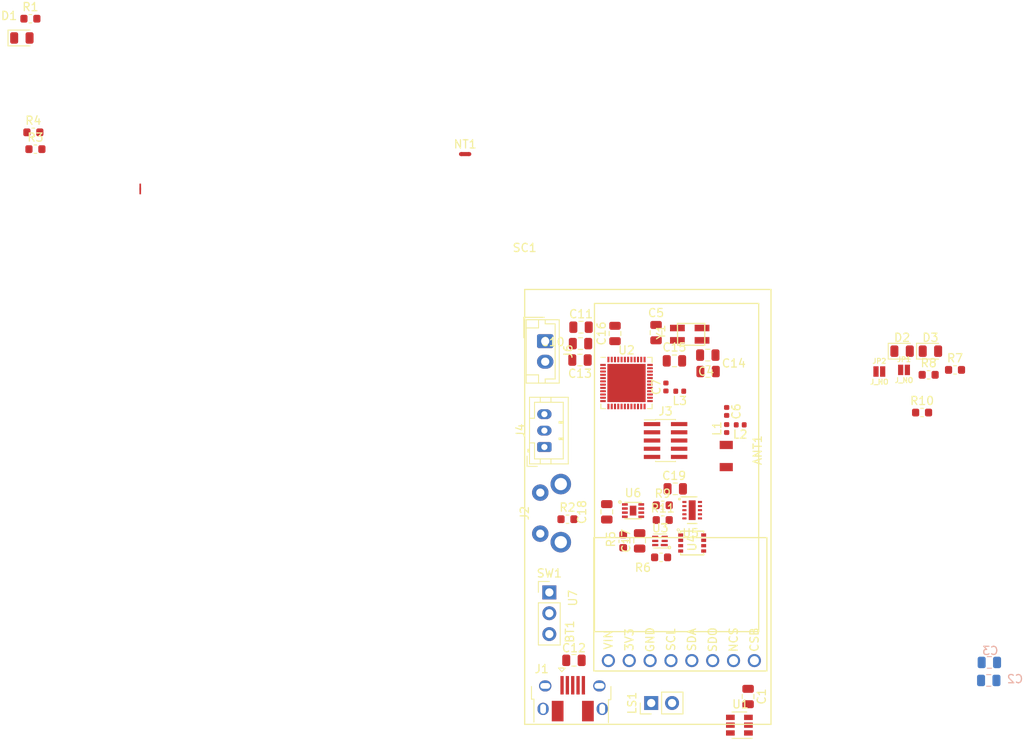
<source format=kicad_pcb>
(kicad_pcb (version 20171130) (host pcbnew "(5.0.1)-rc2")

  (general
    (thickness 1.6)
    (drawings 0)
    (tracks 0)
    (zones 0)
    (modules 56)
    (nets 90)
  )

  (page A4)
  (layers
    (0 F.Cu signal)
    (31 B.Cu signal)
    (32 B.Adhes user)
    (33 F.Adhes user)
    (34 B.Paste user)
    (35 F.Paste user)
    (36 B.SilkS user)
    (37 F.SilkS user)
    (38 B.Mask user)
    (39 F.Mask user)
    (40 Dwgs.User user)
    (41 Cmts.User user)
    (42 Eco1.User user)
    (43 Eco2.User user)
    (44 Edge.Cuts user)
    (45 Margin user)
    (46 B.CrtYd user)
    (47 F.CrtYd user hide)
    (48 B.Fab user)
    (49 F.Fab user hide)
  )

  (setup
    (last_trace_width 0.25)
    (trace_clearance 0.2)
    (zone_clearance 0.508)
    (zone_45_only no)
    (trace_min 0.2)
    (segment_width 0.2)
    (edge_width 0.15)
    (via_size 0.8)
    (via_drill 0.4)
    (via_min_size 0.4)
    (via_min_drill 0.3)
    (uvia_size 0.3)
    (uvia_drill 0.1)
    (uvias_allowed no)
    (uvia_min_size 0.2)
    (uvia_min_drill 0.1)
    (pcb_text_width 0.3)
    (pcb_text_size 1.5 1.5)
    (mod_edge_width 0.15)
    (mod_text_size 1 1)
    (mod_text_width 0.15)
    (pad_size 1.524 1.524)
    (pad_drill 0.762)
    (pad_to_mask_clearance 0.051)
    (solder_mask_min_width 0.25)
    (aux_axis_origin 0 0)
    (visible_elements FFFFF77F)
    (pcbplotparams
      (layerselection 0x010fc_ffffffff)
      (usegerberextensions false)
      (usegerberattributes false)
      (usegerberadvancedattributes false)
      (creategerberjobfile false)
      (excludeedgelayer true)
      (linewidth 0.100000)
      (plotframeref false)
      (viasonmask false)
      (mode 1)
      (useauxorigin false)
      (hpglpennumber 1)
      (hpglpenspeed 20)
      (hpglpendiameter 15.000000)
      (psnegative false)
      (psa4output false)
      (plotreference true)
      (plotvalue true)
      (plotinvisibletext false)
      (padsonsilk false)
      (subtractmaskfromsilk false)
      (outputformat 1)
      (mirror false)
      (drillshape 1)
      (scaleselection 1)
      (outputdirectory ""))
  )

  (net 0 "")
  (net 1 "Net-(ANT1-Pad1)")
  (net 2 "Net-(C1-Pad2)")
  (net 3 Audio)
  (net 4 BattRtn)
  (net 5 Vdd)
  (net 6 "Net-(C4-Pad2)")
  (net 7 "Net-(C5-Pad2)")
  (net 8 "Net-(C6-Pad2)")
  (net 9 "Net-(C6-Pad1)")
  (net 10 "Net-(C7-Pad1)")
  (net 11 USB_PWR)
  (net 12 /DEC1)
  (net 13 /DEC2)
  (net 14 /DEC3)
  (net 15 /DEC4)
  (net 16 "Net-(C17-Pad1)")
  (net 17 /BatteryManagement/Batt-)
  (net 18 /BatteryManagement/BattMon+)
  (net 19 /BatteryManagement/BattMon-)
  (net 20 /BatteryManagement/Solar+)
  (net 21 LED1_P2)
  (net 22 "Net-(D1-Pad1)")
  (net 23 "Net-(D2-Pad1)")
  (net 24 "Net-(D2-Pad2)")
  (net 25 "Net-(D3-Pad1)")
  (net 26 "Net-(D3-Pad2)")
  (net 27 "Net-(J1-Pad6)")
  (net 28 "Net-(J1-Pad4)")
  (net 29 "Net-(J1-Pad3)")
  (net 30 "Net-(J1-Pad2)")
  (net 31 Fun_Btn_1_P23)
  (net 32 /SWDIO)
  (net 33 /SWDCLK)
  (net 34 /SWO)
  (net 35 "Net-(J3-Pad7)")
  (net 36 "Net-(J3-Pad8)")
  (net 37 /RESET)
  (net 38 /BatteryManagement/NTC)
  (net 39 /BatteryManagement/Batt_int)
  (net 40 /BatteryManagement/Batt+)
  (net 41 "Net-(JP1-Pad2)")
  (net 42 "Net-(JP2-Pad2)")
  (net 43 "Net-(LS1-Pad1)")
  (net 44 "Net-(LS1-Pad2)")
  (net 45 SDA)
  (net 46 SCL)
  (net 47 "Net-(R6-Pad1)")
  (net 48 "Net-(R9-Pad1)")
  (net 49 "Net-(R10-Pad1)")
  (net 50 "Net-(R11-Pad1)")
  (net 51 "Net-(SW1-Pad1)")
  (net 52 Shutdown)
  (net 53 "Net-(U2-Pad44)")
  (net 54 "Net-(U2-Pad43)")
  (net 55 "Net-(U2-Pad42)")
  (net 56 "Net-(U2-Pad41)")
  (net 57 "Net-(U2-Pad40)")
  (net 58 "Net-(U2-Pad39)")
  (net 59 "Net-(U2-Pad38)")
  (net 60 "Net-(U2-Pad37)")
  (net 61 "Net-(U2-Pad29)")
  (net 62 "Net-(U2-Pad28)")
  (net 63 ALRT)
  (net 64 "Net-(U2-Pad23)")
  (net 65 "Net-(U2-Pad22)")
  (net 66 "Net-(U2-Pad20)")
  (net 67 "Net-(U2-Pad19)")
  (net 68 "Net-(U2-Pad18)")
  (net 69 "Net-(U2-Pad16)")
  (net 70 "Net-(U2-Pad14)")
  (net 71 "Net-(U2-Pad12)")
  (net 72 "Net-(U2-Pad11)")
  (net 73 "Net-(U2-Pad6)")
  (net 74 "Net-(U2-Pad5)")
  (net 75 "Net-(U2-Pad4)")
  (net 76 "Net-(U3-Pad6)")
  (net 77 "Net-(U3-Pad3)")
  (net 78 "Net-(U3-Pad2)")
  (net 79 "Net-(U3-Pad1)")
  (net 80 "Net-(U4-Pad5)")
  (net 81 I2C_SDA)
  (net 82 I2C_SCL)
  (net 83 BATT_ALRT)
  (net 84 "Net-(U2-Pad3)")
  (net 85 "Net-(U2-Pad2)")
  (net 86 "Net-(U7-Pad2)")
  (net 87 "Net-(U7-Pad6)")
  (net 88 "Net-(U7-Pad7)")
  (net 89 "Net-(U7-Pad8)")

  (net_class Default "This is the default net class."
    (clearance 0.2)
    (trace_width 0.25)
    (via_dia 0.8)
    (via_drill 0.4)
    (uvia_dia 0.3)
    (uvia_drill 0.1)
    (add_net /BatteryManagement/Batt+)
    (add_net /BatteryManagement/Batt-)
    (add_net /BatteryManagement/BattMon+)
    (add_net /BatteryManagement/BattMon-)
    (add_net /BatteryManagement/Batt_int)
    (add_net /BatteryManagement/NTC)
    (add_net /BatteryManagement/Solar+)
    (add_net /DEC1)
    (add_net /DEC2)
    (add_net /DEC3)
    (add_net /DEC4)
    (add_net /RESET)
    (add_net /SWDCLK)
    (add_net /SWDIO)
    (add_net /SWO)
    (add_net ALRT)
    (add_net Audio)
    (add_net BATT_ALRT)
    (add_net BattRtn)
    (add_net Fun_Btn_1_P23)
    (add_net I2C_SCL)
    (add_net I2C_SDA)
    (add_net LED1_P2)
    (add_net "Net-(ANT1-Pad1)")
    (add_net "Net-(C1-Pad2)")
    (add_net "Net-(C17-Pad1)")
    (add_net "Net-(C4-Pad2)")
    (add_net "Net-(C5-Pad2)")
    (add_net "Net-(C6-Pad1)")
    (add_net "Net-(C6-Pad2)")
    (add_net "Net-(C7-Pad1)")
    (add_net "Net-(D1-Pad1)")
    (add_net "Net-(D2-Pad1)")
    (add_net "Net-(D2-Pad2)")
    (add_net "Net-(D3-Pad1)")
    (add_net "Net-(D3-Pad2)")
    (add_net "Net-(J1-Pad2)")
    (add_net "Net-(J1-Pad3)")
    (add_net "Net-(J1-Pad4)")
    (add_net "Net-(J1-Pad6)")
    (add_net "Net-(J3-Pad7)")
    (add_net "Net-(J3-Pad8)")
    (add_net "Net-(JP1-Pad2)")
    (add_net "Net-(JP2-Pad2)")
    (add_net "Net-(LS1-Pad1)")
    (add_net "Net-(LS1-Pad2)")
    (add_net "Net-(R10-Pad1)")
    (add_net "Net-(R11-Pad1)")
    (add_net "Net-(R6-Pad1)")
    (add_net "Net-(R9-Pad1)")
    (add_net "Net-(SW1-Pad1)")
    (add_net "Net-(U2-Pad11)")
    (add_net "Net-(U2-Pad12)")
    (add_net "Net-(U2-Pad14)")
    (add_net "Net-(U2-Pad16)")
    (add_net "Net-(U2-Pad18)")
    (add_net "Net-(U2-Pad19)")
    (add_net "Net-(U2-Pad2)")
    (add_net "Net-(U2-Pad20)")
    (add_net "Net-(U2-Pad22)")
    (add_net "Net-(U2-Pad23)")
    (add_net "Net-(U2-Pad28)")
    (add_net "Net-(U2-Pad29)")
    (add_net "Net-(U2-Pad3)")
    (add_net "Net-(U2-Pad37)")
    (add_net "Net-(U2-Pad38)")
    (add_net "Net-(U2-Pad39)")
    (add_net "Net-(U2-Pad4)")
    (add_net "Net-(U2-Pad40)")
    (add_net "Net-(U2-Pad41)")
    (add_net "Net-(U2-Pad42)")
    (add_net "Net-(U2-Pad43)")
    (add_net "Net-(U2-Pad44)")
    (add_net "Net-(U2-Pad5)")
    (add_net "Net-(U2-Pad6)")
    (add_net "Net-(U3-Pad1)")
    (add_net "Net-(U3-Pad2)")
    (add_net "Net-(U3-Pad3)")
    (add_net "Net-(U3-Pad6)")
    (add_net "Net-(U4-Pad5)")
    (add_net "Net-(U7-Pad2)")
    (add_net "Net-(U7-Pad6)")
    (add_net "Net-(U7-Pad7)")
    (add_net "Net-(U7-Pad8)")
    (add_net SCL)
    (add_net SDA)
    (add_net Shutdown)
    (add_net USB_PWR)
    (add_net Vdd)
  )

  (module CustomFP:ebay_RA_Mom_switch (layer F.Cu) (tedit 5C808A55) (tstamp 5C95DEE5)
    (at 158.9 114.26 90)
    (path /5C867EEC)
    (fp_text reference J2 (at 0 -1.905 90) (layer F.SilkS)
      (effects (font (size 1 1) (thickness 0.15)))
    )
    (fp_text value BTN1 (at 0 -0.5 90) (layer F.Fab)
      (effects (font (size 1 1) (thickness 0.15)))
    )
    (pad 1 thru_hole circle (at 2.5 0 90) (size 2 2) (drill 1) (layers *.Cu *.Mask)
      (net 31 Fun_Btn_1_P23))
    (pad 2 thru_hole circle (at -2.5 0 90) (size 2 2) (drill 1) (layers *.Cu *.Mask)
      (net 5 Vdd))
    (pad "" np_thru_hole circle (at 3.54 2.5 90) (size 2.5 2.5) (drill 1.5) (layers *.Cu *.Mask))
    (pad "" np_thru_hole circle (at -3.54 2.5 90) (size 2.5 2.5) (drill 1.5) (layers *.Cu *.Mask))
    (model ":Custom:ebay_RA_Mom_switch v0.step"
      (offset (xyz -4 2 3.5))
      (scale (xyz 1 1 1))
      (rotate (xyz 90 0 0))
    )
  )

  (module CustomFP:2450AT18A100E (layer F.Cu) (tedit 5C809555) (tstamp 5C95DD3F)
    (at 181.55 105.95 270)
    (path /5C859CC8)
    (fp_text reference ANT1 (at 0.635 -3.81 270) (layer F.SilkS)
      (effects (font (size 1 1) (thickness 0.15)))
    )
    (fp_text value 2450AT18A100E (at 0 -2.54 270) (layer F.Fab)
      (effects (font (size 1 1) (thickness 0.15)))
    )
    (pad 1 smd rect (at 0 0 270) (size 1 1.6) (layers F.Cu F.Paste F.Mask)
      (net 1 "Net-(ANT1-Pad1)"))
    (pad "" smd rect (at 2.7 0 270) (size 1 1.6) (layers F.Cu F.Paste F.Mask))
  )

  (module Capacitor_SMD:C_0805_2012Metric (layer F.Cu) (tedit 5B36C52B) (tstamp 5C95DD50)
    (at 184.21 136.6105 270)
    (descr "Capacitor SMD 0805 (2012 Metric), square (rectangular) end terminal, IPC_7351 nominal, (Body size source: https://docs.google.com/spreadsheets/d/1BsfQQcO9C6DZCsRaXUlFlo91Tg2WpOkGARC1WS5S8t0/edit?usp=sharing), generated with kicad-footprint-generator")
    (tags capacitor)
    (path /5C875C2E)
    (attr smd)
    (fp_text reference C1 (at 0 -1.65 270) (layer F.SilkS)
      (effects (font (size 1 1) (thickness 0.15)))
    )
    (fp_text value C (at 0 1.65 270) (layer F.Fab)
      (effects (font (size 1 1) (thickness 0.15)))
    )
    (fp_text user %R (at 0 0 270) (layer F.Fab)
      (effects (font (size 0.5 0.5) (thickness 0.08)))
    )
    (fp_line (start 1.68 0.95) (end -1.68 0.95) (layer F.CrtYd) (width 0.05))
    (fp_line (start 1.68 -0.95) (end 1.68 0.95) (layer F.CrtYd) (width 0.05))
    (fp_line (start -1.68 -0.95) (end 1.68 -0.95) (layer F.CrtYd) (width 0.05))
    (fp_line (start -1.68 0.95) (end -1.68 -0.95) (layer F.CrtYd) (width 0.05))
    (fp_line (start -0.258578 0.71) (end 0.258578 0.71) (layer F.SilkS) (width 0.12))
    (fp_line (start -0.258578 -0.71) (end 0.258578 -0.71) (layer F.SilkS) (width 0.12))
    (fp_line (start 1 0.6) (end -1 0.6) (layer F.Fab) (width 0.1))
    (fp_line (start 1 -0.6) (end 1 0.6) (layer F.Fab) (width 0.1))
    (fp_line (start -1 -0.6) (end 1 -0.6) (layer F.Fab) (width 0.1))
    (fp_line (start -1 0.6) (end -1 -0.6) (layer F.Fab) (width 0.1))
    (pad 2 smd roundrect (at 0.9375 0 270) (size 0.975 1.4) (layers F.Cu F.Paste F.Mask) (roundrect_rratio 0.25)
      (net 2 "Net-(C1-Pad2)"))
    (pad 1 smd roundrect (at -0.9375 0 270) (size 0.975 1.4) (layers F.Cu F.Paste F.Mask) (roundrect_rratio 0.25)
      (net 3 Audio))
    (model ${KISYS3DMOD}/Capacitor_SMD.3dshapes/C_0805_2012Metric.wrl
      (at (xyz 0 0 0))
      (scale (xyz 1 1 1))
      (rotate (xyz 0 0 0))
    )
  )

  (module Capacitor_SMD:C_0805_2012Metric (layer B.Cu) (tedit 5B36C52B) (tstamp 5C95DD61)
    (at 213.52 134.65)
    (descr "Capacitor SMD 0805 (2012 Metric), square (rectangular) end terminal, IPC_7351 nominal, (Body size source: https://docs.google.com/spreadsheets/d/1BsfQQcO9C6DZCsRaXUlFlo91Tg2WpOkGARC1WS5S8t0/edit?usp=sharing), generated with kicad-footprint-generator")
    (tags capacitor)
    (path /5C875C0C)
    (attr smd)
    (fp_text reference C2 (at 3.2 -0.175) (layer B.SilkS)
      (effects (font (size 1 1) (thickness 0.15)) (justify mirror))
    )
    (fp_text value C (at 0 -1.65) (layer B.Fab)
      (effects (font (size 1 1) (thickness 0.15)) (justify mirror))
    )
    (fp_text user %R (at 0 0) (layer B.Fab)
      (effects (font (size 0.5 0.5) (thickness 0.08)) (justify mirror))
    )
    (fp_line (start 1.68 -0.95) (end -1.68 -0.95) (layer B.CrtYd) (width 0.05))
    (fp_line (start 1.68 0.95) (end 1.68 -0.95) (layer B.CrtYd) (width 0.05))
    (fp_line (start -1.68 0.95) (end 1.68 0.95) (layer B.CrtYd) (width 0.05))
    (fp_line (start -1.68 -0.95) (end -1.68 0.95) (layer B.CrtYd) (width 0.05))
    (fp_line (start -0.258578 -0.71) (end 0.258578 -0.71) (layer B.SilkS) (width 0.12))
    (fp_line (start -0.258578 0.71) (end 0.258578 0.71) (layer B.SilkS) (width 0.12))
    (fp_line (start 1 -0.6) (end -1 -0.6) (layer B.Fab) (width 0.1))
    (fp_line (start 1 0.6) (end 1 -0.6) (layer B.Fab) (width 0.1))
    (fp_line (start -1 0.6) (end 1 0.6) (layer B.Fab) (width 0.1))
    (fp_line (start -1 -0.6) (end -1 0.6) (layer B.Fab) (width 0.1))
    (pad 2 smd roundrect (at 0.9375 0) (size 0.975 1.4) (layers B.Cu B.Paste B.Mask) (roundrect_rratio 0.25)
      (net 4 BattRtn))
    (pad 1 smd roundrect (at -0.9375 0) (size 0.975 1.4) (layers B.Cu B.Paste B.Mask) (roundrect_rratio 0.25)
      (net 5 Vdd))
    (model ${KISYS3DMOD}/Capacitor_SMD.3dshapes/C_0805_2012Metric.wrl
      (at (xyz 0 0 0))
      (scale (xyz 1 1 1))
      (rotate (xyz 0 0 0))
    )
  )

  (module Capacitor_SMD:C_0805_2012Metric (layer B.Cu) (tedit 5B36C52B) (tstamp 5C95DD72)
    (at 213.594 132.456)
    (descr "Capacitor SMD 0805 (2012 Metric), square (rectangular) end terminal, IPC_7351 nominal, (Body size source: https://docs.google.com/spreadsheets/d/1BsfQQcO9C6DZCsRaXUlFlo91Tg2WpOkGARC1WS5S8t0/edit?usp=sharing), generated with kicad-footprint-generator")
    (tags capacitor)
    (path /5C875C13)
    (attr smd)
    (fp_text reference C3 (at 0.1125 -1.425) (layer B.SilkS)
      (effects (font (size 1 1) (thickness 0.15)) (justify mirror))
    )
    (fp_text value C (at 0 -1.65) (layer B.Fab)
      (effects (font (size 1 1) (thickness 0.15)) (justify mirror))
    )
    (fp_line (start -1 -0.6) (end -1 0.6) (layer B.Fab) (width 0.1))
    (fp_line (start -1 0.6) (end 1 0.6) (layer B.Fab) (width 0.1))
    (fp_line (start 1 0.6) (end 1 -0.6) (layer B.Fab) (width 0.1))
    (fp_line (start 1 -0.6) (end -1 -0.6) (layer B.Fab) (width 0.1))
    (fp_line (start -0.258578 0.71) (end 0.258578 0.71) (layer B.SilkS) (width 0.12))
    (fp_line (start -0.258578 -0.71) (end 0.258578 -0.71) (layer B.SilkS) (width 0.12))
    (fp_line (start -1.68 -0.95) (end -1.68 0.95) (layer B.CrtYd) (width 0.05))
    (fp_line (start -1.68 0.95) (end 1.68 0.95) (layer B.CrtYd) (width 0.05))
    (fp_line (start 1.68 0.95) (end 1.68 -0.95) (layer B.CrtYd) (width 0.05))
    (fp_line (start 1.68 -0.95) (end -1.68 -0.95) (layer B.CrtYd) (width 0.05))
    (fp_text user %R (at 0 0) (layer B.Fab)
      (effects (font (size 0.5 0.5) (thickness 0.08)) (justify mirror))
    )
    (pad 1 smd roundrect (at -0.9375 0) (size 0.975 1.4) (layers B.Cu B.Paste B.Mask) (roundrect_rratio 0.25)
      (net 5 Vdd))
    (pad 2 smd roundrect (at 0.9375 0) (size 0.975 1.4) (layers B.Cu B.Paste B.Mask) (roundrect_rratio 0.25)
      (net 4 BattRtn))
    (model ${KISYS3DMOD}/Capacitor_SMD.3dshapes/C_0805_2012Metric.wrl
      (at (xyz 0 0 0))
      (scale (xyz 1 1 1))
      (rotate (xyz 0 0 0))
    )
  )

  (module Capacitor_SMD:C_0805_2012Metric (layer F.Cu) (tedit 5B36C52B) (tstamp 5C95DD83)
    (at 179.3 95)
    (descr "Capacitor SMD 0805 (2012 Metric), square (rectangular) end terminal, IPC_7351 nominal, (Body size source: https://docs.google.com/spreadsheets/d/1BsfQQcO9C6DZCsRaXUlFlo91Tg2WpOkGARC1WS5S8t0/edit?usp=sharing), generated with kicad-footprint-generator")
    (tags capacitor)
    (path /5C7FB0F2)
    (attr smd)
    (fp_text reference C4 (at -0.2 2) (layer F.SilkS)
      (effects (font (size 1 1) (thickness 0.15)))
    )
    (fp_text value C (at 0 1.65) (layer F.Fab)
      (effects (font (size 1 1) (thickness 0.15)))
    )
    (fp_text user %R (at 0 0) (layer F.Fab)
      (effects (font (size 0.5 0.5) (thickness 0.08)))
    )
    (fp_line (start 1.68 0.95) (end -1.68 0.95) (layer F.CrtYd) (width 0.05))
    (fp_line (start 1.68 -0.95) (end 1.68 0.95) (layer F.CrtYd) (width 0.05))
    (fp_line (start -1.68 -0.95) (end 1.68 -0.95) (layer F.CrtYd) (width 0.05))
    (fp_line (start -1.68 0.95) (end -1.68 -0.95) (layer F.CrtYd) (width 0.05))
    (fp_line (start -0.258578 0.71) (end 0.258578 0.71) (layer F.SilkS) (width 0.12))
    (fp_line (start -0.258578 -0.71) (end 0.258578 -0.71) (layer F.SilkS) (width 0.12))
    (fp_line (start 1 0.6) (end -1 0.6) (layer F.Fab) (width 0.1))
    (fp_line (start 1 -0.6) (end 1 0.6) (layer F.Fab) (width 0.1))
    (fp_line (start -1 -0.6) (end 1 -0.6) (layer F.Fab) (width 0.1))
    (fp_line (start -1 0.6) (end -1 -0.6) (layer F.Fab) (width 0.1))
    (pad 2 smd roundrect (at 0.9375 0) (size 0.975 1.4) (layers F.Cu F.Paste F.Mask) (roundrect_rratio 0.25)
      (net 6 "Net-(C4-Pad2)"))
    (pad 1 smd roundrect (at -0.9375 0) (size 0.975 1.4) (layers F.Cu F.Paste F.Mask) (roundrect_rratio 0.25)
      (net 4 BattRtn))
    (model ${KISYS3DMOD}/Capacitor_SMD.3dshapes/C_0805_2012Metric.wrl
      (at (xyz 0 0 0))
      (scale (xyz 1 1 1))
      (rotate (xyz 0 0 0))
    )
  )

  (module Capacitor_SMD:C_0402_1005Metric (layer F.Cu) (tedit 5B301BBE) (tstamp 5C9602FD)
    (at 181.6 101.865 270)
    (descr "Capacitor SMD 0402 (1005 Metric), square (rectangular) end terminal, IPC_7351 nominal, (Body size source: http://www.tortai-tech.com/upload/download/2011102023233369053.pdf), generated with kicad-footprint-generator")
    (tags capacitor)
    (path /5C84C486)
    (attr smd)
    (fp_text reference C6 (at 0 -1.17 270) (layer F.SilkS)
      (effects (font (size 1 1) (thickness 0.15)))
    )
    (fp_text value C (at 0 1.17 270) (layer F.Fab)
      (effects (font (size 1 1) (thickness 0.15)))
    )
    (fp_text user %R (at 0 0 270) (layer F.Fab)
      (effects (font (size 0.25 0.25) (thickness 0.04)))
    )
    (fp_line (start 0.93 0.47) (end -0.93 0.47) (layer F.CrtYd) (width 0.05))
    (fp_line (start 0.93 -0.47) (end 0.93 0.47) (layer F.CrtYd) (width 0.05))
    (fp_line (start -0.93 -0.47) (end 0.93 -0.47) (layer F.CrtYd) (width 0.05))
    (fp_line (start -0.93 0.47) (end -0.93 -0.47) (layer F.CrtYd) (width 0.05))
    (fp_line (start 0.5 0.25) (end -0.5 0.25) (layer F.Fab) (width 0.1))
    (fp_line (start 0.5 -0.25) (end 0.5 0.25) (layer F.Fab) (width 0.1))
    (fp_line (start -0.5 -0.25) (end 0.5 -0.25) (layer F.Fab) (width 0.1))
    (fp_line (start -0.5 0.25) (end -0.5 -0.25) (layer F.Fab) (width 0.1))
    (pad 2 smd roundrect (at 0.485 0 270) (size 0.59 0.64) (layers F.Cu F.Paste F.Mask) (roundrect_rratio 0.25)
      (net 8 "Net-(C6-Pad2)"))
    (pad 1 smd roundrect (at -0.485 0 270) (size 0.59 0.64) (layers F.Cu F.Paste F.Mask) (roundrect_rratio 0.25)
      (net 9 "Net-(C6-Pad1)"))
    (model ${KISYS3DMOD}/Capacitor_SMD.3dshapes/C_0402_1005Metric.wrl
      (at (xyz 0 0 0))
      (scale (xyz 1 1 1))
      (rotate (xyz 0 0 0))
    )
  )

  (module Capacitor_SMD:C_0402_1005Metric (layer F.Cu) (tedit 5B301BBE) (tstamp 5C95DDB2)
    (at 174.2 98.885 90)
    (descr "Capacitor SMD 0402 (1005 Metric), square (rectangular) end terminal, IPC_7351 nominal, (Body size source: http://www.tortai-tech.com/upload/download/2011102023233369053.pdf), generated with kicad-footprint-generator")
    (tags capacitor)
    (path /5C7E0EF7)
    (attr smd)
    (fp_text reference C7 (at 0 -1.17 90) (layer F.SilkS)
      (effects (font (size 1 1) (thickness 0.15)))
    )
    (fp_text value C (at 0 1.17 90) (layer F.Fab)
      (effects (font (size 1 1) (thickness 0.15)))
    )
    (fp_line (start -0.5 0.25) (end -0.5 -0.25) (layer F.Fab) (width 0.1))
    (fp_line (start -0.5 -0.25) (end 0.5 -0.25) (layer F.Fab) (width 0.1))
    (fp_line (start 0.5 -0.25) (end 0.5 0.25) (layer F.Fab) (width 0.1))
    (fp_line (start 0.5 0.25) (end -0.5 0.25) (layer F.Fab) (width 0.1))
    (fp_line (start -0.93 0.47) (end -0.93 -0.47) (layer F.CrtYd) (width 0.05))
    (fp_line (start -0.93 -0.47) (end 0.93 -0.47) (layer F.CrtYd) (width 0.05))
    (fp_line (start 0.93 -0.47) (end 0.93 0.47) (layer F.CrtYd) (width 0.05))
    (fp_line (start 0.93 0.47) (end -0.93 0.47) (layer F.CrtYd) (width 0.05))
    (fp_text user %R (at 0 0 90) (layer F.Fab)
      (effects (font (size 0.25 0.25) (thickness 0.04)))
    )
    (pad 1 smd roundrect (at -0.485 0 90) (size 0.59 0.64) (layers F.Cu F.Paste F.Mask) (roundrect_rratio 0.25)
      (net 10 "Net-(C7-Pad1)"))
    (pad 2 smd roundrect (at 0.485 0 90) (size 0.59 0.64) (layers F.Cu F.Paste F.Mask) (roundrect_rratio 0.25)
      (net 4 BattRtn))
    (model ${KISYS3DMOD}/Capacitor_SMD.3dshapes/C_0402_1005Metric.wrl
      (at (xyz 0 0 0))
      (scale (xyz 1 1 1))
      (rotate (xyz 0 0 0))
    )
  )

  (module Capacitor_SMD:C_0805_2012Metric (layer F.Cu) (tedit 5B36C52B) (tstamp 5C95DDE5)
    (at 163.8 93.6 180)
    (descr "Capacitor SMD 0805 (2012 Metric), square (rectangular) end terminal, IPC_7351 nominal, (Body size source: https://docs.google.com/spreadsheets/d/1BsfQQcO9C6DZCsRaXUlFlo91Tg2WpOkGARC1WS5S8t0/edit?usp=sharing), generated with kicad-footprint-generator")
    (tags capacitor)
    (path /5BC07DB4)
    (attr smd)
    (fp_text reference C10 (at 3.4 0.2 180) (layer F.SilkS)
      (effects (font (size 1 1) (thickness 0.15)))
    )
    (fp_text value 82n (at 0 1.65 180) (layer F.Fab)
      (effects (font (size 1 1) (thickness 0.15)))
    )
    (fp_text user %R (at 0 0 180) (layer F.Fab)
      (effects (font (size 0.5 0.5) (thickness 0.08)))
    )
    (fp_line (start 1.68 0.95) (end -1.68 0.95) (layer F.CrtYd) (width 0.05))
    (fp_line (start 1.68 -0.95) (end 1.68 0.95) (layer F.CrtYd) (width 0.05))
    (fp_line (start -1.68 -0.95) (end 1.68 -0.95) (layer F.CrtYd) (width 0.05))
    (fp_line (start -1.68 0.95) (end -1.68 -0.95) (layer F.CrtYd) (width 0.05))
    (fp_line (start -0.258578 0.71) (end 0.258578 0.71) (layer F.SilkS) (width 0.12))
    (fp_line (start -0.258578 -0.71) (end 0.258578 -0.71) (layer F.SilkS) (width 0.12))
    (fp_line (start 1 0.6) (end -1 0.6) (layer F.Fab) (width 0.1))
    (fp_line (start 1 -0.6) (end 1 0.6) (layer F.Fab) (width 0.1))
    (fp_line (start -1 -0.6) (end 1 -0.6) (layer F.Fab) (width 0.1))
    (fp_line (start -1 0.6) (end -1 -0.6) (layer F.Fab) (width 0.1))
    (pad 2 smd roundrect (at 0.9375 0 180) (size 0.975 1.4) (layers F.Cu F.Paste F.Mask) (roundrect_rratio 0.25)
      (net 4 BattRtn))
    (pad 1 smd roundrect (at -0.9375 0 180) (size 0.975 1.4) (layers F.Cu F.Paste F.Mask) (roundrect_rratio 0.25)
      (net 5 Vdd))
    (model ${KISYS3DMOD}/Capacitor_SMD.3dshapes/C_0805_2012Metric.wrl
      (at (xyz 0 0 0))
      (scale (xyz 1 1 1))
      (rotate (xyz 0 0 0))
    )
  )

  (module Capacitor_SMD:C_0805_2012Metric (layer F.Cu) (tedit 5B36C52B) (tstamp 5C95DDF6)
    (at 163.8625 91.6 180)
    (descr "Capacitor SMD 0805 (2012 Metric), square (rectangular) end terminal, IPC_7351 nominal, (Body size source: https://docs.google.com/spreadsheets/d/1BsfQQcO9C6DZCsRaXUlFlo91Tg2WpOkGARC1WS5S8t0/edit?usp=sharing), generated with kicad-footprint-generator")
    (tags capacitor)
    (path /5BC07FD2)
    (attr smd)
    (fp_text reference C11 (at 0 1.6 180) (layer F.SilkS)
      (effects (font (size 1 1) (thickness 0.15)))
    )
    (fp_text value 2.2u (at 0 1.65 180) (layer F.Fab)
      (effects (font (size 1 1) (thickness 0.15)))
    )
    (fp_line (start -1 0.6) (end -1 -0.6) (layer F.Fab) (width 0.1))
    (fp_line (start -1 -0.6) (end 1 -0.6) (layer F.Fab) (width 0.1))
    (fp_line (start 1 -0.6) (end 1 0.6) (layer F.Fab) (width 0.1))
    (fp_line (start 1 0.6) (end -1 0.6) (layer F.Fab) (width 0.1))
    (fp_line (start -0.258578 -0.71) (end 0.258578 -0.71) (layer F.SilkS) (width 0.12))
    (fp_line (start -0.258578 0.71) (end 0.258578 0.71) (layer F.SilkS) (width 0.12))
    (fp_line (start -1.68 0.95) (end -1.68 -0.95) (layer F.CrtYd) (width 0.05))
    (fp_line (start -1.68 -0.95) (end 1.68 -0.95) (layer F.CrtYd) (width 0.05))
    (fp_line (start 1.68 -0.95) (end 1.68 0.95) (layer F.CrtYd) (width 0.05))
    (fp_line (start 1.68 0.95) (end -1.68 0.95) (layer F.CrtYd) (width 0.05))
    (fp_text user %R (at 0 0 180) (layer F.Fab)
      (effects (font (size 0.5 0.5) (thickness 0.08)))
    )
    (pad 1 smd roundrect (at -0.9375 0 180) (size 0.975 1.4) (layers F.Cu F.Paste F.Mask) (roundrect_rratio 0.25)
      (net 5 Vdd))
    (pad 2 smd roundrect (at 0.9375 0 180) (size 0.975 1.4) (layers F.Cu F.Paste F.Mask) (roundrect_rratio 0.25)
      (net 4 BattRtn))
    (model ${KISYS3DMOD}/Capacitor_SMD.3dshapes/C_0805_2012Metric.wrl
      (at (xyz 0 0 0))
      (scale (xyz 1 1 1))
      (rotate (xyz 0 0 0))
    )
  )

  (module Capacitor_SMD:C_0805_2012Metric (layer F.Cu) (tedit 5B36C52B) (tstamp 5C95DE07)
    (at 163 132.2 180)
    (descr "Capacitor SMD 0805 (2012 Metric), square (rectangular) end terminal, IPC_7351 nominal, (Body size source: https://docs.google.com/spreadsheets/d/1BsfQQcO9C6DZCsRaXUlFlo91Tg2WpOkGARC1WS5S8t0/edit?usp=sharing), generated with kicad-footprint-generator")
    (tags capacitor)
    (path /5C867F2D)
    (attr smd)
    (fp_text reference C12 (at 0 1.5 180) (layer F.SilkS)
      (effects (font (size 1 1) (thickness 0.15)))
    )
    (fp_text value 100nF (at 0 1.65 180) (layer F.Fab)
      (effects (font (size 1 1) (thickness 0.15)))
    )
    (fp_line (start -1 0.6) (end -1 -0.6) (layer F.Fab) (width 0.1))
    (fp_line (start -1 -0.6) (end 1 -0.6) (layer F.Fab) (width 0.1))
    (fp_line (start 1 -0.6) (end 1 0.6) (layer F.Fab) (width 0.1))
    (fp_line (start 1 0.6) (end -1 0.6) (layer F.Fab) (width 0.1))
    (fp_line (start -0.258578 -0.71) (end 0.258578 -0.71) (layer F.SilkS) (width 0.12))
    (fp_line (start -0.258578 0.71) (end 0.258578 0.71) (layer F.SilkS) (width 0.12))
    (fp_line (start -1.68 0.95) (end -1.68 -0.95) (layer F.CrtYd) (width 0.05))
    (fp_line (start -1.68 -0.95) (end 1.68 -0.95) (layer F.CrtYd) (width 0.05))
    (fp_line (start 1.68 -0.95) (end 1.68 0.95) (layer F.CrtYd) (width 0.05))
    (fp_line (start 1.68 0.95) (end -1.68 0.95) (layer F.CrtYd) (width 0.05))
    (fp_text user %R (at 0 0 180) (layer F.Fab)
      (effects (font (size 0.5 0.5) (thickness 0.08)))
    )
    (pad 1 smd roundrect (at -0.9375 0 180) (size 0.975 1.4) (layers F.Cu F.Paste F.Mask) (roundrect_rratio 0.25)
      (net 4 BattRtn))
    (pad 2 smd roundrect (at 0.9375 0 180) (size 0.975 1.4) (layers F.Cu F.Paste F.Mask) (roundrect_rratio 0.25)
      (net 11 USB_PWR))
    (model ${KISYS3DMOD}/Capacitor_SMD.3dshapes/C_0805_2012Metric.wrl
      (at (xyz 0 0 0))
      (scale (xyz 1 1 1))
      (rotate (xyz 0 0 0))
    )
  )

  (module Capacitor_SMD:C_0805_2012Metric (layer F.Cu) (tedit 5B36C52B) (tstamp 5C95DE18)
    (at 163.7375 95.6 180)
    (descr "Capacitor SMD 0805 (2012 Metric), square (rectangular) end terminal, IPC_7351 nominal, (Body size source: https://docs.google.com/spreadsheets/d/1BsfQQcO9C6DZCsRaXUlFlo91Tg2WpOkGARC1WS5S8t0/edit?usp=sharing), generated with kicad-footprint-generator")
    (tags capacitor)
    (path /5C7432E1)
    (attr smd)
    (fp_text reference C13 (at 0 -1.65 180) (layer F.SilkS)
      (effects (font (size 1 1) (thickness 0.15)))
    )
    (fp_text value 82n (at 0 1.65 180) (layer F.Fab)
      (effects (font (size 1 1) (thickness 0.15)))
    )
    (fp_text user %R (at 0 0 180) (layer F.Fab)
      (effects (font (size 0.5 0.5) (thickness 0.08)))
    )
    (fp_line (start 1.68 0.95) (end -1.68 0.95) (layer F.CrtYd) (width 0.05))
    (fp_line (start 1.68 -0.95) (end 1.68 0.95) (layer F.CrtYd) (width 0.05))
    (fp_line (start -1.68 -0.95) (end 1.68 -0.95) (layer F.CrtYd) (width 0.05))
    (fp_line (start -1.68 0.95) (end -1.68 -0.95) (layer F.CrtYd) (width 0.05))
    (fp_line (start -0.258578 0.71) (end 0.258578 0.71) (layer F.SilkS) (width 0.12))
    (fp_line (start -0.258578 -0.71) (end 0.258578 -0.71) (layer F.SilkS) (width 0.12))
    (fp_line (start 1 0.6) (end -1 0.6) (layer F.Fab) (width 0.1))
    (fp_line (start 1 -0.6) (end 1 0.6) (layer F.Fab) (width 0.1))
    (fp_line (start -1 -0.6) (end 1 -0.6) (layer F.Fab) (width 0.1))
    (fp_line (start -1 0.6) (end -1 -0.6) (layer F.Fab) (width 0.1))
    (pad 2 smd roundrect (at 0.9375 0 180) (size 0.975 1.4) (layers F.Cu F.Paste F.Mask) (roundrect_rratio 0.25)
      (net 4 BattRtn))
    (pad 1 smd roundrect (at -0.9375 0 180) (size 0.975 1.4) (layers F.Cu F.Paste F.Mask) (roundrect_rratio 0.25)
      (net 12 /DEC1))
    (model ${KISYS3DMOD}/Capacitor_SMD.3dshapes/C_0805_2012Metric.wrl
      (at (xyz 0 0 0))
      (scale (xyz 1 1 1))
      (rotate (xyz 0 0 0))
    )
  )

  (module Capacitor_SMD:C_0805_2012Metric (layer F.Cu) (tedit 5B36C52B) (tstamp 5C95DE29)
    (at 179.3375 97)
    (descr "Capacitor SMD 0805 (2012 Metric), square (rectangular) end terminal, IPC_7351 nominal, (Body size source: https://docs.google.com/spreadsheets/d/1BsfQQcO9C6DZCsRaXUlFlo91Tg2WpOkGARC1WS5S8t0/edit?usp=sharing), generated with kicad-footprint-generator")
    (tags capacitor)
    (path /5C7435C1)
    (attr smd)
    (fp_text reference C14 (at 3.1375 -1) (layer F.SilkS)
      (effects (font (size 1 1) (thickness 0.15)))
    )
    (fp_text value 82n (at 0 1.65) (layer F.Fab)
      (effects (font (size 1 1) (thickness 0.15)))
    )
    (fp_line (start -1 0.6) (end -1 -0.6) (layer F.Fab) (width 0.1))
    (fp_line (start -1 -0.6) (end 1 -0.6) (layer F.Fab) (width 0.1))
    (fp_line (start 1 -0.6) (end 1 0.6) (layer F.Fab) (width 0.1))
    (fp_line (start 1 0.6) (end -1 0.6) (layer F.Fab) (width 0.1))
    (fp_line (start -0.258578 -0.71) (end 0.258578 -0.71) (layer F.SilkS) (width 0.12))
    (fp_line (start -0.258578 0.71) (end 0.258578 0.71) (layer F.SilkS) (width 0.12))
    (fp_line (start -1.68 0.95) (end -1.68 -0.95) (layer F.CrtYd) (width 0.05))
    (fp_line (start -1.68 -0.95) (end 1.68 -0.95) (layer F.CrtYd) (width 0.05))
    (fp_line (start 1.68 -0.95) (end 1.68 0.95) (layer F.CrtYd) (width 0.05))
    (fp_line (start 1.68 0.95) (end -1.68 0.95) (layer F.CrtYd) (width 0.05))
    (fp_text user %R (at 0 0) (layer F.Fab)
      (effects (font (size 0.5 0.5) (thickness 0.08)))
    )
    (pad 1 smd roundrect (at -0.9375 0) (size 0.975 1.4) (layers F.Cu F.Paste F.Mask) (roundrect_rratio 0.25)
      (net 13 /DEC2))
    (pad 2 smd roundrect (at 0.9375 0) (size 0.975 1.4) (layers F.Cu F.Paste F.Mask) (roundrect_rratio 0.25)
      (net 4 BattRtn))
    (model ${KISYS3DMOD}/Capacitor_SMD.3dshapes/C_0805_2012Metric.wrl
      (at (xyz 0 0 0))
      (scale (xyz 1 1 1))
      (rotate (xyz 0 0 0))
    )
  )

  (module Capacitor_SMD:C_0805_2012Metric (layer F.Cu) (tedit 5B36C52B) (tstamp 5C95DE3A)
    (at 175.2375 95.7)
    (descr "Capacitor SMD 0805 (2012 Metric), square (rectangular) end terminal, IPC_7351 nominal, (Body size source: https://docs.google.com/spreadsheets/d/1BsfQQcO9C6DZCsRaXUlFlo91Tg2WpOkGARC1WS5S8t0/edit?usp=sharing), generated with kicad-footprint-generator")
    (tags capacitor)
    (path /5C7435FD)
    (attr smd)
    (fp_text reference C15 (at 0 -1.65) (layer F.SilkS)
      (effects (font (size 1 1) (thickness 0.15)))
    )
    (fp_text value 82n (at 0 1.65) (layer F.Fab)
      (effects (font (size 1 1) (thickness 0.15)))
    )
    (fp_text user %R (at 0 0) (layer F.Fab)
      (effects (font (size 0.5 0.5) (thickness 0.08)))
    )
    (fp_line (start 1.68 0.95) (end -1.68 0.95) (layer F.CrtYd) (width 0.05))
    (fp_line (start 1.68 -0.95) (end 1.68 0.95) (layer F.CrtYd) (width 0.05))
    (fp_line (start -1.68 -0.95) (end 1.68 -0.95) (layer F.CrtYd) (width 0.05))
    (fp_line (start -1.68 0.95) (end -1.68 -0.95) (layer F.CrtYd) (width 0.05))
    (fp_line (start -0.258578 0.71) (end 0.258578 0.71) (layer F.SilkS) (width 0.12))
    (fp_line (start -0.258578 -0.71) (end 0.258578 -0.71) (layer F.SilkS) (width 0.12))
    (fp_line (start 1 0.6) (end -1 0.6) (layer F.Fab) (width 0.1))
    (fp_line (start 1 -0.6) (end 1 0.6) (layer F.Fab) (width 0.1))
    (fp_line (start -1 -0.6) (end 1 -0.6) (layer F.Fab) (width 0.1))
    (fp_line (start -1 0.6) (end -1 -0.6) (layer F.Fab) (width 0.1))
    (pad 2 smd roundrect (at 0.9375 0) (size 0.975 1.4) (layers F.Cu F.Paste F.Mask) (roundrect_rratio 0.25)
      (net 4 BattRtn))
    (pad 1 smd roundrect (at -0.9375 0) (size 0.975 1.4) (layers F.Cu F.Paste F.Mask) (roundrect_rratio 0.25)
      (net 14 /DEC3))
    (model ${KISYS3DMOD}/Capacitor_SMD.3dshapes/C_0805_2012Metric.wrl
      (at (xyz 0 0 0))
      (scale (xyz 1 1 1))
      (rotate (xyz 0 0 0))
    )
  )

  (module Capacitor_SMD:C_0805_2012Metric (layer F.Cu) (tedit 5B36C52B) (tstamp 5C95DE4B)
    (at 168 92.3625 90)
    (descr "Capacitor SMD 0805 (2012 Metric), square (rectangular) end terminal, IPC_7351 nominal, (Body size source: https://docs.google.com/spreadsheets/d/1BsfQQcO9C6DZCsRaXUlFlo91Tg2WpOkGARC1WS5S8t0/edit?usp=sharing), generated with kicad-footprint-generator")
    (tags capacitor)
    (path /5C743637)
    (attr smd)
    (fp_text reference C16 (at 0 -1.65 90) (layer F.SilkS)
      (effects (font (size 1 1) (thickness 0.15)))
    )
    (fp_text value 82n (at 0 1.65 90) (layer F.Fab)
      (effects (font (size 1 1) (thickness 0.15)))
    )
    (fp_line (start -1 0.6) (end -1 -0.6) (layer F.Fab) (width 0.1))
    (fp_line (start -1 -0.6) (end 1 -0.6) (layer F.Fab) (width 0.1))
    (fp_line (start 1 -0.6) (end 1 0.6) (layer F.Fab) (width 0.1))
    (fp_line (start 1 0.6) (end -1 0.6) (layer F.Fab) (width 0.1))
    (fp_line (start -0.258578 -0.71) (end 0.258578 -0.71) (layer F.SilkS) (width 0.12))
    (fp_line (start -0.258578 0.71) (end 0.258578 0.71) (layer F.SilkS) (width 0.12))
    (fp_line (start -1.68 0.95) (end -1.68 -0.95) (layer F.CrtYd) (width 0.05))
    (fp_line (start -1.68 -0.95) (end 1.68 -0.95) (layer F.CrtYd) (width 0.05))
    (fp_line (start 1.68 -0.95) (end 1.68 0.95) (layer F.CrtYd) (width 0.05))
    (fp_line (start 1.68 0.95) (end -1.68 0.95) (layer F.CrtYd) (width 0.05))
    (fp_text user %R (at 0 0 90) (layer F.Fab)
      (effects (font (size 0.5 0.5) (thickness 0.08)))
    )
    (pad 1 smd roundrect (at -0.9375 0 90) (size 0.975 1.4) (layers F.Cu F.Paste F.Mask) (roundrect_rratio 0.25)
      (net 15 /DEC4))
    (pad 2 smd roundrect (at 0.9375 0 90) (size 0.975 1.4) (layers F.Cu F.Paste F.Mask) (roundrect_rratio 0.25)
      (net 4 BattRtn))
    (model ${KISYS3DMOD}/Capacitor_SMD.3dshapes/C_0805_2012Metric.wrl
      (at (xyz 0 0 0))
      (scale (xyz 1 1 1))
      (rotate (xyz 0 0 0))
    )
  )

  (module Capacitor_SMD:C_0805_2012Metric (layer F.Cu) (tedit 5B36C52B) (tstamp 5C95DE5C)
    (at 171 117.6375 90)
    (descr "Capacitor SMD 0805 (2012 Metric), square (rectangular) end terminal, IPC_7351 nominal, (Body size source: https://docs.google.com/spreadsheets/d/1BsfQQcO9C6DZCsRaXUlFlo91Tg2WpOkGARC1WS5S8t0/edit?usp=sharing), generated with kicad-footprint-generator")
    (tags capacitor)
    (path /5B0E6D4D/5C1F021C)
    (attr smd)
    (fp_text reference C17 (at 0 -1.65 90) (layer F.SilkS)
      (effects (font (size 1 1) (thickness 0.15)))
    )
    (fp_text value 0.1uF (at 0 1.65 90) (layer F.Fab)
      (effects (font (size 1 1) (thickness 0.15)))
    )
    (fp_line (start -1 0.6) (end -1 -0.6) (layer F.Fab) (width 0.1))
    (fp_line (start -1 -0.6) (end 1 -0.6) (layer F.Fab) (width 0.1))
    (fp_line (start 1 -0.6) (end 1 0.6) (layer F.Fab) (width 0.1))
    (fp_line (start 1 0.6) (end -1 0.6) (layer F.Fab) (width 0.1))
    (fp_line (start -0.258578 -0.71) (end 0.258578 -0.71) (layer F.SilkS) (width 0.12))
    (fp_line (start -0.258578 0.71) (end 0.258578 0.71) (layer F.SilkS) (width 0.12))
    (fp_line (start -1.68 0.95) (end -1.68 -0.95) (layer F.CrtYd) (width 0.05))
    (fp_line (start -1.68 -0.95) (end 1.68 -0.95) (layer F.CrtYd) (width 0.05))
    (fp_line (start 1.68 -0.95) (end 1.68 0.95) (layer F.CrtYd) (width 0.05))
    (fp_line (start 1.68 0.95) (end -1.68 0.95) (layer F.CrtYd) (width 0.05))
    (fp_text user %R (at 0 0 90) (layer F.Fab)
      (effects (font (size 0.5 0.5) (thickness 0.08)))
    )
    (pad 1 smd roundrect (at -0.9375 0 90) (size 0.975 1.4) (layers F.Cu F.Paste F.Mask) (roundrect_rratio 0.25)
      (net 16 "Net-(C17-Pad1)"))
    (pad 2 smd roundrect (at 0.9375 0 90) (size 0.975 1.4) (layers F.Cu F.Paste F.Mask) (roundrect_rratio 0.25)
      (net 17 /BatteryManagement/Batt-))
    (model ${KISYS3DMOD}/Capacitor_SMD.3dshapes/C_0805_2012Metric.wrl
      (at (xyz 0 0 0))
      (scale (xyz 1 1 1))
      (rotate (xyz 0 0 0))
    )
  )

  (module Capacitor_SMD:C_0805_2012Metric (layer F.Cu) (tedit 5B36C52B) (tstamp 5C95DE6D)
    (at 167 114.1 90)
    (descr "Capacitor SMD 0805 (2012 Metric), square (rectangular) end terminal, IPC_7351 nominal, (Body size source: https://docs.google.com/spreadsheets/d/1BsfQQcO9C6DZCsRaXUlFlo91Tg2WpOkGARC1WS5S8t0/edit?usp=sharing), generated with kicad-footprint-generator")
    (tags capacitor)
    (path /5B0E6D4D/5C1F9204)
    (attr smd)
    (fp_text reference C18 (at -0.025001 -3.025001 90) (layer F.SilkS)
      (effects (font (size 1 1) (thickness 0.15)))
    )
    (fp_text value 0.1uF (at 0 1.65 90) (layer F.Fab)
      (effects (font (size 1 1) (thickness 0.15)))
    )
    (fp_text user %R (at 0 0 90) (layer F.Fab)
      (effects (font (size 0.5 0.5) (thickness 0.08)))
    )
    (fp_line (start 1.68 0.95) (end -1.68 0.95) (layer F.CrtYd) (width 0.05))
    (fp_line (start 1.68 -0.95) (end 1.68 0.95) (layer F.CrtYd) (width 0.05))
    (fp_line (start -1.68 -0.95) (end 1.68 -0.95) (layer F.CrtYd) (width 0.05))
    (fp_line (start -1.68 0.95) (end -1.68 -0.95) (layer F.CrtYd) (width 0.05))
    (fp_line (start -0.258578 0.71) (end 0.258578 0.71) (layer F.SilkS) (width 0.12))
    (fp_line (start -0.258578 -0.71) (end 0.258578 -0.71) (layer F.SilkS) (width 0.12))
    (fp_line (start 1 0.6) (end -1 0.6) (layer F.Fab) (width 0.1))
    (fp_line (start 1 -0.6) (end 1 0.6) (layer F.Fab) (width 0.1))
    (fp_line (start -1 -0.6) (end 1 -0.6) (layer F.Fab) (width 0.1))
    (fp_line (start -1 0.6) (end -1 -0.6) (layer F.Fab) (width 0.1))
    (pad 2 smd roundrect (at 0.9375 0 90) (size 0.975 1.4) (layers F.Cu F.Paste F.Mask) (roundrect_rratio 0.25)
      (net 18 /BatteryManagement/BattMon+))
    (pad 1 smd roundrect (at -0.9375 0 90) (size 0.975 1.4) (layers F.Cu F.Paste F.Mask) (roundrect_rratio 0.25)
      (net 19 /BatteryManagement/BattMon-))
    (model ${KISYS3DMOD}/Capacitor_SMD.3dshapes/C_0805_2012Metric.wrl
      (at (xyz 0 0 0))
      (scale (xyz 1 1 1))
      (rotate (xyz 0 0 0))
    )
  )

  (module Capacitor_SMD:C_0805_2012Metric (layer F.Cu) (tedit 5B36C52B) (tstamp 5C95DE7E)
    (at 175.3375 111.3 180)
    (descr "Capacitor SMD 0805 (2012 Metric), square (rectangular) end terminal, IPC_7351 nominal, (Body size source: https://docs.google.com/spreadsheets/d/1BsfQQcO9C6DZCsRaXUlFlo91Tg2WpOkGARC1WS5S8t0/edit?usp=sharing), generated with kicad-footprint-generator")
    (tags capacitor)
    (path /5B0E6D4D/5C1F6717)
    (attr smd)
    (fp_text reference C19 (at 0.1375 1.6 180) (layer F.SilkS)
      (effects (font (size 1 1) (thickness 0.15)))
    )
    (fp_text value 0.1uF (at 0 1.65 180) (layer F.Fab)
      (effects (font (size 1 1) (thickness 0.15)))
    )
    (fp_line (start -1 0.6) (end -1 -0.6) (layer F.Fab) (width 0.1))
    (fp_line (start -1 -0.6) (end 1 -0.6) (layer F.Fab) (width 0.1))
    (fp_line (start 1 -0.6) (end 1 0.6) (layer F.Fab) (width 0.1))
    (fp_line (start 1 0.6) (end -1 0.6) (layer F.Fab) (width 0.1))
    (fp_line (start -0.258578 -0.71) (end 0.258578 -0.71) (layer F.SilkS) (width 0.12))
    (fp_line (start -0.258578 0.71) (end 0.258578 0.71) (layer F.SilkS) (width 0.12))
    (fp_line (start -1.68 0.95) (end -1.68 -0.95) (layer F.CrtYd) (width 0.05))
    (fp_line (start -1.68 -0.95) (end 1.68 -0.95) (layer F.CrtYd) (width 0.05))
    (fp_line (start 1.68 -0.95) (end 1.68 0.95) (layer F.CrtYd) (width 0.05))
    (fp_line (start 1.68 0.95) (end -1.68 0.95) (layer F.CrtYd) (width 0.05))
    (fp_text user %R (at 0 0 180) (layer F.Fab)
      (effects (font (size 0.5 0.5) (thickness 0.08)))
    )
    (pad 1 smd roundrect (at -0.9375 0 180) (size 0.975 1.4) (layers F.Cu F.Paste F.Mask) (roundrect_rratio 0.25)
      (net 20 /BatteryManagement/Solar+))
    (pad 2 smd roundrect (at 0.9375 0 180) (size 0.975 1.4) (layers F.Cu F.Paste F.Mask) (roundrect_rratio 0.25)
      (net 19 /BatteryManagement/BattMon-))
    (model ${KISYS3DMOD}/Capacitor_SMD.3dshapes/C_0805_2012Metric.wrl
      (at (xyz 0 0 0))
      (scale (xyz 1 1 1))
      (rotate (xyz 0 0 0))
    )
  )

  (module LED_SMD:LED_0805_2012Metric (layer F.Cu) (tedit 5B36C52C) (tstamp 5C95DE91)
    (at 95.7625 56.35)
    (descr "LED SMD 0805 (2012 Metric), square (rectangular) end terminal, IPC_7351 nominal, (Body size source: https://docs.google.com/spreadsheets/d/1BsfQQcO9C6DZCsRaXUlFlo91Tg2WpOkGARC1WS5S8t0/edit?usp=sharing), generated with kicad-footprint-generator")
    (tags diode)
    (path /5C867ED1)
    (attr smd)
    (fp_text reference D1 (at -1.5625 -2.700001) (layer F.SilkS)
      (effects (font (size 1 1) (thickness 0.15)))
    )
    (fp_text value LED_B (at 0 1.65) (layer F.Fab)
      (effects (font (size 1 1) (thickness 0.15)))
    )
    (fp_text user %R (at 0 0) (layer F.Fab)
      (effects (font (size 0.5 0.5) (thickness 0.08)))
    )
    (fp_line (start 1.68 0.95) (end -1.68 0.95) (layer F.CrtYd) (width 0.05))
    (fp_line (start 1.68 -0.95) (end 1.68 0.95) (layer F.CrtYd) (width 0.05))
    (fp_line (start -1.68 -0.95) (end 1.68 -0.95) (layer F.CrtYd) (width 0.05))
    (fp_line (start -1.68 0.95) (end -1.68 -0.95) (layer F.CrtYd) (width 0.05))
    (fp_line (start -1.685 0.96) (end 1 0.96) (layer F.SilkS) (width 0.12))
    (fp_line (start -1.685 -0.96) (end -1.685 0.96) (layer F.SilkS) (width 0.12))
    (fp_line (start 1 -0.96) (end -1.685 -0.96) (layer F.SilkS) (width 0.12))
    (fp_line (start 1 0.6) (end 1 -0.6) (layer F.Fab) (width 0.1))
    (fp_line (start -1 0.6) (end 1 0.6) (layer F.Fab) (width 0.1))
    (fp_line (start -1 -0.3) (end -1 0.6) (layer F.Fab) (width 0.1))
    (fp_line (start -0.7 -0.6) (end -1 -0.3) (layer F.Fab) (width 0.1))
    (fp_line (start 1 -0.6) (end -0.7 -0.6) (layer F.Fab) (width 0.1))
    (pad 2 smd roundrect (at 0.9375 0) (size 0.975 1.4) (layers F.Cu F.Paste F.Mask) (roundrect_rratio 0.25)
      (net 21 LED1_P2))
    (pad 1 smd roundrect (at -0.9375 0) (size 0.975 1.4) (layers F.Cu F.Paste F.Mask) (roundrect_rratio 0.25)
      (net 22 "Net-(D1-Pad1)"))
    (model ${KISYS3DMOD}/LED_SMD.3dshapes/LED_0805_2012Metric.wrl
      (at (xyz 0 0 0))
      (scale (xyz 1 1 1))
      (rotate (xyz 0 0 0))
    )
  )

  (module LED_SMD:LED_0805_2012Metric (layer F.Cu) (tedit 5B36C52C) (tstamp 5C95DEA4)
    (at 202.965001 94.520001)
    (descr "LED SMD 0805 (2012 Metric), square (rectangular) end terminal, IPC_7351 nominal, (Body size source: https://docs.google.com/spreadsheets/d/1BsfQQcO9C6DZCsRaXUlFlo91Tg2WpOkGARC1WS5S8t0/edit?usp=sharing), generated with kicad-footprint-generator")
    (tags diode)
    (path /5B0E6D4D/5C1F34EC)
    (attr smd)
    (fp_text reference D2 (at 0 -1.65) (layer F.SilkS)
      (effects (font (size 1 1) (thickness 0.15)))
    )
    (fp_text value LED (at 0 1.65) (layer F.Fab)
      (effects (font (size 1 1) (thickness 0.15)))
    )
    (fp_line (start 1 -0.6) (end -0.7 -0.6) (layer F.Fab) (width 0.1))
    (fp_line (start -0.7 -0.6) (end -1 -0.3) (layer F.Fab) (width 0.1))
    (fp_line (start -1 -0.3) (end -1 0.6) (layer F.Fab) (width 0.1))
    (fp_line (start -1 0.6) (end 1 0.6) (layer F.Fab) (width 0.1))
    (fp_line (start 1 0.6) (end 1 -0.6) (layer F.Fab) (width 0.1))
    (fp_line (start 1 -0.96) (end -1.685 -0.96) (layer F.SilkS) (width 0.12))
    (fp_line (start -1.685 -0.96) (end -1.685 0.96) (layer F.SilkS) (width 0.12))
    (fp_line (start -1.685 0.96) (end 1 0.96) (layer F.SilkS) (width 0.12))
    (fp_line (start -1.68 0.95) (end -1.68 -0.95) (layer F.CrtYd) (width 0.05))
    (fp_line (start -1.68 -0.95) (end 1.68 -0.95) (layer F.CrtYd) (width 0.05))
    (fp_line (start 1.68 -0.95) (end 1.68 0.95) (layer F.CrtYd) (width 0.05))
    (fp_line (start 1.68 0.95) (end -1.68 0.95) (layer F.CrtYd) (width 0.05))
    (fp_text user %R (at 0 0) (layer F.Fab)
      (effects (font (size 0.5 0.5) (thickness 0.08)))
    )
    (pad 1 smd roundrect (at -0.9375 0) (size 0.975 1.4) (layers F.Cu F.Paste F.Mask) (roundrect_rratio 0.25)
      (net 23 "Net-(D2-Pad1)"))
    (pad 2 smd roundrect (at 0.9375 0) (size 0.975 1.4) (layers F.Cu F.Paste F.Mask) (roundrect_rratio 0.25)
      (net 24 "Net-(D2-Pad2)"))
    (model ${KISYS3DMOD}/LED_SMD.3dshapes/LED_0805_2012Metric.wrl
      (at (xyz 0 0 0))
      (scale (xyz 1 1 1))
      (rotate (xyz 0 0 0))
    )
  )

  (module LED_SMD:LED_0805_2012Metric (layer F.Cu) (tedit 5B36C52C) (tstamp 5C95DEB7)
    (at 206.415001 94.520001)
    (descr "LED SMD 0805 (2012 Metric), square (rectangular) end terminal, IPC_7351 nominal, (Body size source: https://docs.google.com/spreadsheets/d/1BsfQQcO9C6DZCsRaXUlFlo91Tg2WpOkGARC1WS5S8t0/edit?usp=sharing), generated with kicad-footprint-generator")
    (tags diode)
    (path /5B0E6D4D/5C1F35B8)
    (attr smd)
    (fp_text reference D3 (at 0 -1.65) (layer F.SilkS)
      (effects (font (size 1 1) (thickness 0.15)))
    )
    (fp_text value LED (at 0 1.65) (layer F.Fab)
      (effects (font (size 1 1) (thickness 0.15)))
    )
    (fp_line (start 1 -0.6) (end -0.7 -0.6) (layer F.Fab) (width 0.1))
    (fp_line (start -0.7 -0.6) (end -1 -0.3) (layer F.Fab) (width 0.1))
    (fp_line (start -1 -0.3) (end -1 0.6) (layer F.Fab) (width 0.1))
    (fp_line (start -1 0.6) (end 1 0.6) (layer F.Fab) (width 0.1))
    (fp_line (start 1 0.6) (end 1 -0.6) (layer F.Fab) (width 0.1))
    (fp_line (start 1 -0.96) (end -1.685 -0.96) (layer F.SilkS) (width 0.12))
    (fp_line (start -1.685 -0.96) (end -1.685 0.96) (layer F.SilkS) (width 0.12))
    (fp_line (start -1.685 0.96) (end 1 0.96) (layer F.SilkS) (width 0.12))
    (fp_line (start -1.68 0.95) (end -1.68 -0.95) (layer F.CrtYd) (width 0.05))
    (fp_line (start -1.68 -0.95) (end 1.68 -0.95) (layer F.CrtYd) (width 0.05))
    (fp_line (start 1.68 -0.95) (end 1.68 0.95) (layer F.CrtYd) (width 0.05))
    (fp_line (start 1.68 0.95) (end -1.68 0.95) (layer F.CrtYd) (width 0.05))
    (fp_text user %R (at 0 0) (layer F.Fab)
      (effects (font (size 0.5 0.5) (thickness 0.08)))
    )
    (pad 1 smd roundrect (at -0.9375 0) (size 0.975 1.4) (layers F.Cu F.Paste F.Mask) (roundrect_rratio 0.25)
      (net 25 "Net-(D3-Pad1)"))
    (pad 2 smd roundrect (at 0.9375 0) (size 0.975 1.4) (layers F.Cu F.Paste F.Mask) (roundrect_rratio 0.25)
      (net 26 "Net-(D3-Pad2)"))
    (model ${KISYS3DMOD}/LED_SMD.3dshapes/LED_0805_2012Metric.wrl
      (at (xyz 0 0 0))
      (scale (xyz 1 1 1))
      (rotate (xyz 0 0 0))
    )
  )

  (module CustomFP:USB_Micro-B_Adafruit (layer F.Cu) (tedit 5C383D5B) (tstamp 5C95DEDD)
    (at 162 137)
    (descr "Micro USB Type B 10103594-0001LF, http://cdn.amphenol-icc.com/media/wysiwyg/files/drawing/10103594.pdf")
    (tags "USB USB_B USB_micro USB_OTG")
    (path /5C867F18)
    (attr smd)
    (fp_text reference J1 (at -2.925 -3.75) (layer F.SilkS)
      (effects (font (size 1 1) (thickness 0.15)))
    )
    (fp_text value USB_B_Micro (at -0.025 4.435) (layer F.Fab)
      (effects (font (size 1 1) (thickness 0.15)))
    )
    (fp_line (start 5.425 3.575) (end -4.13 3.58) (layer F.CrtYd) (width 0.05))
    (fp_line (start 5.425 3.575) (end 5.425 -2.885) (layer F.CrtYd) (width 0.05))
    (fp_line (start -4.13 -2.88) (end -4.13 3.58) (layer F.CrtYd) (width 0.05))
    (fp_line (start -3.82 -3.05) (end 4.45 -3.05) (layer F.CrtYd) (width 0.05))
    (fp_line (start -4.025 2.835) (end 5.475 2.825) (layer Dwgs.User) (width 0.1))
    (fp_line (start -3.775 3.335) (end -3.775 -0.865) (layer F.Fab) (width 0.12))
    (fp_line (start -2.75 -2.95) (end 3.95 -2.95) (layer F.Fab) (width 0.12))
    (fp_line (start 5.425 -1.825) (end 5.425 3.125) (layer F.Fab) (width 0.12))
    (fp_line (start 5.425 3.35) (end -3.775 3.335) (layer F.Fab) (width 0.12))
    (fp_line (start -3.775 -0.865) (end -2.975 -1.615) (layer F.Fab) (width 0.12))
    (fp_line (start -0.475 -3.415) (end -0.875 -3.865) (layer F.SilkS) (width 0.12))
    (fp_line (start -0.875 -3.865) (end -0.075 -3.865) (layer F.SilkS) (width 0.12))
    (fp_line (start -0.075 -3.865) (end -0.475 -3.415) (layer F.SilkS) (width 0.12))
    (fp_line (start 5.2 2.8) (end 5.2 0) (layer F.SilkS) (width 0.12))
    (fp_line (start 5.2 0) (end 5.5 0) (layer F.SilkS) (width 0.12))
    (fp_line (start 5.5 -0.065) (end 5.5 -1.615) (layer F.SilkS) (width 0.12))
    (fp_line (start -3.875 2.735) (end -3.875 -0.065) (layer F.SilkS) (width 0.12))
    (fp_line (start -4.175 -0.065) (end -3.875 -0.065) (layer F.SilkS) (width 0.12))
    (fp_line (start -4.175 -0.065) (end -4.175 -1.615) (layer F.SilkS) (width 0.12))
    (fp_text user %R (at 0.175 -4.815) (layer F.Fab)
      (effects (font (size 1 1) (thickness 0.15)))
    )
    (fp_text user "PCB edge" (at -0.025 2.235) (layer Dwgs.User)
      (effects (font (size 0.5 0.5) (thickness 0.075)))
    )
    (pad 6 smd rect (at -0.985 1.385 90) (size 2.5 1.43) (layers F.Cu F.Paste F.Mask)
      (net 27 "Net-(J1-Pad6)"))
    (pad 6 thru_hole oval (at -2.755 1.115 90) (size 1.5 1.35) (drill oval 1.2 0.7) (layers *.Cu *.Mask)
      (net 27 "Net-(J1-Pad6)"))
    (pad 5 smd rect (at 2.15 -1.765 90) (size 2.25 0.4) (layers F.Cu F.Paste F.Mask)
      (net 4 BattRtn))
    (pad 4 smd rect (at 1.5 -1.765 90) (size 2.25 0.4) (layers F.Cu F.Paste F.Mask)
      (net 28 "Net-(J1-Pad4)"))
    (pad 3 smd rect (at 0.85 -1.765 90) (size 2.25 0.4) (layers F.Cu F.Paste F.Mask)
      (net 29 "Net-(J1-Pad3)"))
    (pad 2 smd rect (at 0.2 -1.765 90) (size 2.25 0.4) (layers F.Cu F.Paste F.Mask)
      (net 30 "Net-(J1-Pad2)"))
    (pad 1 smd rect (at -0.45 -1.765 90) (size 2.25 0.4) (layers F.Cu F.Paste F.Mask)
      (net 11 USB_PWR))
    (pad 6 thru_hole oval (at 4.445 1.115 90) (size 1.5 1.35) (drill oval 1.2 0.7) (layers *.Cu *.Mask)
      (net 27 "Net-(J1-Pad6)"))
    (pad 6 smd rect (at 2.7 1.385 90) (size 2.5 1.43) (layers F.Cu F.Paste F.Mask)
      (net 27 "Net-(J1-Pad6)"))
    (pad 6 thru_hole oval (at -2.5 -1.685) (size 1.5 1.35) (drill oval 1.2 0.7) (layers *.Cu *.Mask)
      (net 27 "Net-(J1-Pad6)"))
    (pad 6 thru_hole oval (at 4.1 -1.685) (size 1.5 1.35) (drill oval 1.2 0.7) (layers *.Cu *.Mask)
      (net 27 "Net-(J1-Pad6)"))
    (pad "" np_thru_hole circle (at -1.105 -0.785 90) (size 0.85 0.85) (drill 0.85) (layers *.Cu *.Mask))
    (pad "" np_thru_hole circle (at 2.795 -0.785 90) (size 0.85 0.85) (drill 0.85) (layers *.Cu *.Mask))
    (model :Custom:Molex_Mirco_USB_105017-0001.step
      (offset (xyz 0.9 1.5 -0.5))
      (scale (xyz 1 1 1))
      (rotate (xyz 0 0 0))
    )
  )

  (module Connector_PinHeader_1.00mm:PinHeader_2x05_P1.00mm_Vertical_SMD (layer F.Cu) (tedit 59FED738) (tstamp 5C95DF22)
    (at 174.16 105.408)
    (descr "surface-mounted straight pin header, 2x05, 1.00mm pitch, double rows")
    (tags "Surface mounted pin header SMD 2x05 1.00mm double row")
    (path /5C814171)
    (attr smd)
    (fp_text reference J3 (at 0 -3.56) (layer F.SilkS)
      (effects (font (size 1 1) (thickness 0.15)))
    )
    (fp_text value Conn_02x05_Odd_Even (at 0 3.56) (layer F.Fab)
      (effects (font (size 1 1) (thickness 0.15)))
    )
    (fp_line (start 1.15 2.5) (end -1.15 2.5) (layer F.Fab) (width 0.1))
    (fp_line (start -0.8 -2.5) (end 1.15 -2.5) (layer F.Fab) (width 0.1))
    (fp_line (start -1.15 2.5) (end -1.15 -2.15) (layer F.Fab) (width 0.1))
    (fp_line (start -1.15 -2.15) (end -0.8 -2.5) (layer F.Fab) (width 0.1))
    (fp_line (start 1.15 -2.5) (end 1.15 2.5) (layer F.Fab) (width 0.1))
    (fp_line (start -1.15 -2.15) (end -2.4 -2.15) (layer F.Fab) (width 0.1))
    (fp_line (start -2.4 -2.15) (end -2.4 -1.85) (layer F.Fab) (width 0.1))
    (fp_line (start -2.4 -1.85) (end -1.15 -1.85) (layer F.Fab) (width 0.1))
    (fp_line (start 1.15 -2.15) (end 2.4 -2.15) (layer F.Fab) (width 0.1))
    (fp_line (start 2.4 -2.15) (end 2.4 -1.85) (layer F.Fab) (width 0.1))
    (fp_line (start 2.4 -1.85) (end 1.15 -1.85) (layer F.Fab) (width 0.1))
    (fp_line (start -1.15 -1.15) (end -2.4 -1.15) (layer F.Fab) (width 0.1))
    (fp_line (start -2.4 -1.15) (end -2.4 -0.85) (layer F.Fab) (width 0.1))
    (fp_line (start -2.4 -0.85) (end -1.15 -0.85) (layer F.Fab) (width 0.1))
    (fp_line (start 1.15 -1.15) (end 2.4 -1.15) (layer F.Fab) (width 0.1))
    (fp_line (start 2.4 -1.15) (end 2.4 -0.85) (layer F.Fab) (width 0.1))
    (fp_line (start 2.4 -0.85) (end 1.15 -0.85) (layer F.Fab) (width 0.1))
    (fp_line (start -1.15 -0.15) (end -2.4 -0.15) (layer F.Fab) (width 0.1))
    (fp_line (start -2.4 -0.15) (end -2.4 0.15) (layer F.Fab) (width 0.1))
    (fp_line (start -2.4 0.15) (end -1.15 0.15) (layer F.Fab) (width 0.1))
    (fp_line (start 1.15 -0.15) (end 2.4 -0.15) (layer F.Fab) (width 0.1))
    (fp_line (start 2.4 -0.15) (end 2.4 0.15) (layer F.Fab) (width 0.1))
    (fp_line (start 2.4 0.15) (end 1.15 0.15) (layer F.Fab) (width 0.1))
    (fp_line (start -1.15 0.85) (end -2.4 0.85) (layer F.Fab) (width 0.1))
    (fp_line (start -2.4 0.85) (end -2.4 1.15) (layer F.Fab) (width 0.1))
    (fp_line (start -2.4 1.15) (end -1.15 1.15) (layer F.Fab) (width 0.1))
    (fp_line (start 1.15 0.85) (end 2.4 0.85) (layer F.Fab) (width 0.1))
    (fp_line (start 2.4 0.85) (end 2.4 1.15) (layer F.Fab) (width 0.1))
    (fp_line (start 2.4 1.15) (end 1.15 1.15) (layer F.Fab) (width 0.1))
    (fp_line (start -1.15 1.85) (end -2.4 1.85) (layer F.Fab) (width 0.1))
    (fp_line (start -2.4 1.85) (end -2.4 2.15) (layer F.Fab) (width 0.1))
    (fp_line (start -2.4 2.15) (end -1.15 2.15) (layer F.Fab) (width 0.1))
    (fp_line (start 1.15 1.85) (end 2.4 1.85) (layer F.Fab) (width 0.1))
    (fp_line (start 2.4 1.85) (end 2.4 2.15) (layer F.Fab) (width 0.1))
    (fp_line (start 2.4 2.15) (end 1.15 2.15) (layer F.Fab) (width 0.1))
    (fp_line (start -1.21 -2.56) (end 1.21 -2.56) (layer F.SilkS) (width 0.12))
    (fp_line (start -1.21 2.56) (end 1.21 2.56) (layer F.SilkS) (width 0.12))
    (fp_line (start -2.59 -2.51) (end -1.21 -2.51) (layer F.SilkS) (width 0.12))
    (fp_line (start -1.21 -2.56) (end -1.21 -2.51) (layer F.SilkS) (width 0.12))
    (fp_line (start 1.21 -2.56) (end 1.21 -2.51) (layer F.SilkS) (width 0.12))
    (fp_line (start -1.21 2.51) (end -1.21 2.56) (layer F.SilkS) (width 0.12))
    (fp_line (start 1.21 2.51) (end 1.21 2.56) (layer F.SilkS) (width 0.12))
    (fp_line (start -3.65 -3) (end -3.65 3) (layer F.CrtYd) (width 0.05))
    (fp_line (start -3.65 3) (end 3.65 3) (layer F.CrtYd) (width 0.05))
    (fp_line (start 3.65 3) (end 3.65 -3) (layer F.CrtYd) (width 0.05))
    (fp_line (start 3.65 -3) (end -3.65 -3) (layer F.CrtYd) (width 0.05))
    (fp_text user %R (at 0 0 90) (layer F.Fab)
      (effects (font (size 1 1) (thickness 0.15)))
    )
    (pad 1 smd rect (at -1.65 -2) (size 2 0.5) (layers F.Cu F.Paste F.Mask)
      (net 5 Vdd))
    (pad 2 smd rect (at 1.65 -2) (size 2 0.5) (layers F.Cu F.Paste F.Mask)
      (net 32 /SWDIO))
    (pad 3 smd rect (at -1.65 -1) (size 2 0.5) (layers F.Cu F.Paste F.Mask)
      (net 4 BattRtn))
    (pad 4 smd rect (at 1.65 -1) (size 2 0.5) (layers F.Cu F.Paste F.Mask)
      (net 33 /SWDCLK))
    (pad 5 smd rect (at -1.65 0) (size 2 0.5) (layers F.Cu F.Paste F.Mask)
      (net 4 BattRtn))
    (pad 6 smd rect (at 1.65 0) (size 2 0.5) (layers F.Cu F.Paste F.Mask)
      (net 34 /SWO))
    (pad 7 smd rect (at -1.65 1) (size 2 0.5) (layers F.Cu F.Paste F.Mask)
      (net 35 "Net-(J3-Pad7)"))
    (pad 8 smd rect (at 1.65 1) (size 2 0.5) (layers F.Cu F.Paste F.Mask)
      (net 36 "Net-(J3-Pad8)"))
    (pad 9 smd rect (at -1.65 2) (size 2 0.5) (layers F.Cu F.Paste F.Mask)
      (net 4 BattRtn))
    (pad 10 smd rect (at 1.65 2) (size 2 0.5) (layers F.Cu F.Paste F.Mask)
      (net 37 /RESET))
    (model ${KISYS3DMOD}/Connector_PinHeader_1.00mm.3dshapes/PinHeader_2x05_P1.00mm_Vertical_SMD.wrl
      (at (xyz 0 0 0))
      (scale (xyz 1 1 1))
      (rotate (xyz 0 0 0))
    )
  )

  (module Connector_JST:JST_PH_B3B-PH-K_1x03_P2.00mm_Vertical (layer F.Cu) (tedit 5B7745C2) (tstamp 5C95DF51)
    (at 159.4 106.2 90)
    (descr "JST PH series connector, B3B-PH-K (http://www.jst-mfg.com/product/pdf/eng/ePH.pdf), generated with kicad-footprint-generator")
    (tags "connector JST PH side entry")
    (path /5B0E6D4D/5C26230A)
    (fp_text reference J4 (at 2 -2.9 90) (layer F.SilkS)
      (effects (font (size 1 1) (thickness 0.15)))
    )
    (fp_text value Conn_01x03 (at 2 4 90) (layer F.Fab)
      (effects (font (size 1 1) (thickness 0.15)))
    )
    (fp_line (start -2.06 -1.81) (end -2.06 2.91) (layer F.SilkS) (width 0.12))
    (fp_line (start -2.06 2.91) (end 6.06 2.91) (layer F.SilkS) (width 0.12))
    (fp_line (start 6.06 2.91) (end 6.06 -1.81) (layer F.SilkS) (width 0.12))
    (fp_line (start 6.06 -1.81) (end -2.06 -1.81) (layer F.SilkS) (width 0.12))
    (fp_line (start -0.3 -1.81) (end -0.3 -2.01) (layer F.SilkS) (width 0.12))
    (fp_line (start -0.3 -2.01) (end -0.6 -2.01) (layer F.SilkS) (width 0.12))
    (fp_line (start -0.6 -2.01) (end -0.6 -1.81) (layer F.SilkS) (width 0.12))
    (fp_line (start -0.3 -1.91) (end -0.6 -1.91) (layer F.SilkS) (width 0.12))
    (fp_line (start 0.5 -1.81) (end 0.5 -1.2) (layer F.SilkS) (width 0.12))
    (fp_line (start 0.5 -1.2) (end -1.45 -1.2) (layer F.SilkS) (width 0.12))
    (fp_line (start -1.45 -1.2) (end -1.45 2.3) (layer F.SilkS) (width 0.12))
    (fp_line (start -1.45 2.3) (end 5.45 2.3) (layer F.SilkS) (width 0.12))
    (fp_line (start 5.45 2.3) (end 5.45 -1.2) (layer F.SilkS) (width 0.12))
    (fp_line (start 5.45 -1.2) (end 3.5 -1.2) (layer F.SilkS) (width 0.12))
    (fp_line (start 3.5 -1.2) (end 3.5 -1.81) (layer F.SilkS) (width 0.12))
    (fp_line (start -2.06 -0.5) (end -1.45 -0.5) (layer F.SilkS) (width 0.12))
    (fp_line (start -2.06 0.8) (end -1.45 0.8) (layer F.SilkS) (width 0.12))
    (fp_line (start 6.06 -0.5) (end 5.45 -0.5) (layer F.SilkS) (width 0.12))
    (fp_line (start 6.06 0.8) (end 5.45 0.8) (layer F.SilkS) (width 0.12))
    (fp_line (start 0.9 2.3) (end 0.9 1.8) (layer F.SilkS) (width 0.12))
    (fp_line (start 0.9 1.8) (end 1.1 1.8) (layer F.SilkS) (width 0.12))
    (fp_line (start 1.1 1.8) (end 1.1 2.3) (layer F.SilkS) (width 0.12))
    (fp_line (start 1 2.3) (end 1 1.8) (layer F.SilkS) (width 0.12))
    (fp_line (start 2.9 2.3) (end 2.9 1.8) (layer F.SilkS) (width 0.12))
    (fp_line (start 2.9 1.8) (end 3.1 1.8) (layer F.SilkS) (width 0.12))
    (fp_line (start 3.1 1.8) (end 3.1 2.3) (layer F.SilkS) (width 0.12))
    (fp_line (start 3 2.3) (end 3 1.8) (layer F.SilkS) (width 0.12))
    (fp_line (start -1.11 -2.11) (end -2.36 -2.11) (layer F.SilkS) (width 0.12))
    (fp_line (start -2.36 -2.11) (end -2.36 -0.86) (layer F.SilkS) (width 0.12))
    (fp_line (start -1.11 -2.11) (end -2.36 -2.11) (layer F.Fab) (width 0.1))
    (fp_line (start -2.36 -2.11) (end -2.36 -0.86) (layer F.Fab) (width 0.1))
    (fp_line (start -1.95 -1.7) (end -1.95 2.8) (layer F.Fab) (width 0.1))
    (fp_line (start -1.95 2.8) (end 5.95 2.8) (layer F.Fab) (width 0.1))
    (fp_line (start 5.95 2.8) (end 5.95 -1.7) (layer F.Fab) (width 0.1))
    (fp_line (start 5.95 -1.7) (end -1.95 -1.7) (layer F.Fab) (width 0.1))
    (fp_line (start -2.45 -2.2) (end -2.45 3.3) (layer F.CrtYd) (width 0.05))
    (fp_line (start -2.45 3.3) (end 6.45 3.3) (layer F.CrtYd) (width 0.05))
    (fp_line (start 6.45 3.3) (end 6.45 -2.2) (layer F.CrtYd) (width 0.05))
    (fp_line (start 6.45 -2.2) (end -2.45 -2.2) (layer F.CrtYd) (width 0.05))
    (fp_text user %R (at 2 1.5 90) (layer F.Fab)
      (effects (font (size 1 1) (thickness 0.15)))
    )
    (pad 1 thru_hole roundrect (at 0 0 90) (size 1.2 1.75) (drill 0.75) (layers *.Cu *.Mask) (roundrect_rratio 0.208333)
      (net 17 /BatteryManagement/Batt-))
    (pad 2 thru_hole oval (at 2 0 90) (size 1.2 1.75) (drill 0.75) (layers *.Cu *.Mask)
      (net 38 /BatteryManagement/NTC))
    (pad 3 thru_hole oval (at 4 0 90) (size 1.2 1.75) (drill 0.75) (layers *.Cu *.Mask)
      (net 39 /BatteryManagement/Batt_int))
    (model ${KISYS3DMOD}/Connector_JST.3dshapes/JST_PH_B3B-PH-K_1x03_P2.00mm_Vertical.wrl
      (at (xyz 0 0 0))
      (scale (xyz 1 1 1))
      (rotate (xyz 0 0 0))
    )
  )

  (module Connector_JST:JST_EH_B02B-EH-A_1x02_P2.50mm_Vertical (layer F.Cu) (tedit 5B772AC7) (tstamp 5C95DF87)
    (at 159.5 93.3 270)
    (descr "JST EH series connector, B02B-EH-A (http://www.jst-mfg.com/product/pdf/eng/eEH.pdf), generated with kicad-footprint-generator")
    (tags "connector JST EH side entry")
    (path /5B0E6D4D/5C1F5970)
    (fp_text reference J6 (at 1.25 -2.8 270) (layer F.SilkS)
      (effects (font (size 1 1) (thickness 0.15)))
    )
    (fp_text value Conn_01x02 (at 1.25 3.4 270) (layer F.Fab)
      (effects (font (size 1 1) (thickness 0.15)))
    )
    (fp_line (start -2.5 -1.6) (end -2.5 2.2) (layer F.Fab) (width 0.1))
    (fp_line (start -2.5 2.2) (end 5 2.2) (layer F.Fab) (width 0.1))
    (fp_line (start 5 2.2) (end 5 -1.6) (layer F.Fab) (width 0.1))
    (fp_line (start 5 -1.6) (end -2.5 -1.6) (layer F.Fab) (width 0.1))
    (fp_line (start -3 -2.1) (end -3 2.7) (layer F.CrtYd) (width 0.05))
    (fp_line (start -3 2.7) (end 5.5 2.7) (layer F.CrtYd) (width 0.05))
    (fp_line (start 5.5 2.7) (end 5.5 -2.1) (layer F.CrtYd) (width 0.05))
    (fp_line (start 5.5 -2.1) (end -3 -2.1) (layer F.CrtYd) (width 0.05))
    (fp_line (start -2.61 -1.71) (end -2.61 2.31) (layer F.SilkS) (width 0.12))
    (fp_line (start -2.61 2.31) (end 5.11 2.31) (layer F.SilkS) (width 0.12))
    (fp_line (start 5.11 2.31) (end 5.11 -1.71) (layer F.SilkS) (width 0.12))
    (fp_line (start 5.11 -1.71) (end -2.61 -1.71) (layer F.SilkS) (width 0.12))
    (fp_line (start -2.61 0) (end -2.11 0) (layer F.SilkS) (width 0.12))
    (fp_line (start -2.11 0) (end -2.11 -1.21) (layer F.SilkS) (width 0.12))
    (fp_line (start -2.11 -1.21) (end 4.61 -1.21) (layer F.SilkS) (width 0.12))
    (fp_line (start 4.61 -1.21) (end 4.61 0) (layer F.SilkS) (width 0.12))
    (fp_line (start 4.61 0) (end 5.11 0) (layer F.SilkS) (width 0.12))
    (fp_line (start -2.61 0.81) (end -1.61 0.81) (layer F.SilkS) (width 0.12))
    (fp_line (start -1.61 0.81) (end -1.61 2.31) (layer F.SilkS) (width 0.12))
    (fp_line (start 5.11 0.81) (end 4.11 0.81) (layer F.SilkS) (width 0.12))
    (fp_line (start 4.11 0.81) (end 4.11 2.31) (layer F.SilkS) (width 0.12))
    (fp_line (start -2.91 0.11) (end -2.91 2.61) (layer F.SilkS) (width 0.12))
    (fp_line (start -2.91 2.61) (end -0.41 2.61) (layer F.SilkS) (width 0.12))
    (fp_line (start -2.91 0.11) (end -2.91 2.61) (layer F.Fab) (width 0.1))
    (fp_line (start -2.91 2.61) (end -0.41 2.61) (layer F.Fab) (width 0.1))
    (fp_text user %R (at 1.25 2 270) (layer F.Fab)
      (effects (font (size 1 1) (thickness 0.15)))
    )
    (pad 1 thru_hole roundrect (at 0 0 270) (size 1.7 2) (drill 1) (layers *.Cu *.Mask) (roundrect_rratio 0.147059)
      (net 20 /BatteryManagement/Solar+))
    (pad 2 thru_hole oval (at 2.5 0 270) (size 1.7 2) (drill 1) (layers *.Cu *.Mask)
      (net 19 /BatteryManagement/BattMon-))
    (model ${KISYS3DMOD}/Connector_JST.3dshapes/JST_EH_B02B-EH-A_1x02_P2.50mm_Vertical.wrl
      (at (xyz 0 0 0))
      (scale (xyz 1 1 1))
      (rotate (xyz 0 0 0))
    )
  )

  (module Jumpers:SMT-JUMPER_2_NO_NO-SILK (layer F.Cu) (tedit 200000) (tstamp 5C95DF8D)
    (at 203.2 96.8)
    (path /5B0E6D4D/5C77B575)
    (attr smd)
    (fp_text reference JP1 (at 0 -1.27) (layer F.SilkS)
      (effects (font (size 0.6096 0.6096) (thickness 0.127)))
    )
    (fp_text value J_NO (at 0 1.27) (layer F.SilkS)
      (effects (font (size 0.6096 0.6096) (thickness 0.127)))
    )
    (pad 2 smd rect (at 0.4064 0) (size 0.635 1.27) (layers F.Cu F.Mask)
      (net 41 "Net-(JP1-Pad2)") (solder_mask_margin 0.1016))
    (pad 1 smd rect (at -0.4064 0) (size 0.635 1.27) (layers F.Cu F.Mask)
      (net 40 /BatteryManagement/Batt+) (solder_mask_margin 0.1016))
  )

  (module Jumpers:SMT-JUMPER_2_NO_NO-SILK (layer F.Cu) (tedit 200000) (tstamp 5C95DF93)
    (at 200.1936 97)
    (path /5B0E6D4D/5C77B627)
    (attr smd)
    (fp_text reference JP2 (at 0 -1.27) (layer F.SilkS)
      (effects (font (size 0.6096 0.6096) (thickness 0.127)))
    )
    (fp_text value J_NO (at 0 1.27) (layer F.SilkS)
      (effects (font (size 0.6096 0.6096) (thickness 0.127)))
    )
    (pad 1 smd rect (at -0.4064 0) (size 0.635 1.27) (layers F.Cu F.Mask)
      (net 40 /BatteryManagement/Batt+) (solder_mask_margin 0.1016))
    (pad 2 smd rect (at 0.4064 0) (size 0.635 1.27) (layers F.Cu F.Mask)
      (net 42 "Net-(JP2-Pad2)") (solder_mask_margin 0.1016))
  )

  (module Inductor_SMD:L_0402_1005Metric (layer F.Cu) (tedit 5B301BBE) (tstamp 5C95DFA2)
    (at 181.6 103.95 90)
    (descr "Inductor SMD 0402 (1005 Metric), square (rectangular) end terminal, IPC_7351 nominal, (Body size source: http://www.tortai-tech.com/upload/download/2011102023233369053.pdf), generated with kicad-footprint-generator")
    (tags inductor)
    (path /5C857C62)
    (attr smd)
    (fp_text reference L1 (at 0 -1.17 90) (layer F.SilkS)
      (effects (font (size 1 1) (thickness 0.15)))
    )
    (fp_text value INDUCTOR (at 0 1.17 90) (layer F.Fab)
      (effects (font (size 1 1) (thickness 0.15)))
    )
    (fp_text user %R (at 0 0 90) (layer F.Fab)
      (effects (font (size 0.25 0.25) (thickness 0.04)))
    )
    (fp_line (start 0.93 0.47) (end -0.93 0.47) (layer F.CrtYd) (width 0.05))
    (fp_line (start 0.93 -0.47) (end 0.93 0.47) (layer F.CrtYd) (width 0.05))
    (fp_line (start -0.93 -0.47) (end 0.93 -0.47) (layer F.CrtYd) (width 0.05))
    (fp_line (start -0.93 0.47) (end -0.93 -0.47) (layer F.CrtYd) (width 0.05))
    (fp_line (start 0.5 0.25) (end -0.5 0.25) (layer F.Fab) (width 0.1))
    (fp_line (start 0.5 -0.25) (end 0.5 0.25) (layer F.Fab) (width 0.1))
    (fp_line (start -0.5 -0.25) (end 0.5 -0.25) (layer F.Fab) (width 0.1))
    (fp_line (start -0.5 0.25) (end -0.5 -0.25) (layer F.Fab) (width 0.1))
    (pad 2 smd roundrect (at 0.485 0 90) (size 0.59 0.64) (layers F.Cu F.Paste F.Mask) (roundrect_rratio 0.25)
      (net 8 "Net-(C6-Pad2)"))
    (pad 1 smd roundrect (at -0.485 0 90) (size 0.59 0.64) (layers F.Cu F.Paste F.Mask) (roundrect_rratio 0.25)
      (net 1 "Net-(ANT1-Pad1)"))
    (model ${KISYS3DMOD}/Inductor_SMD.3dshapes/L_0402_1005Metric.wrl
      (at (xyz 0 0 0))
      (scale (xyz 1 1 1))
      (rotate (xyz 0 0 0))
    )
  )

  (module Inductor_SMD:L_0402_1005Metric (layer F.Cu) (tedit 5B301BBE) (tstamp 5C95DFB1)
    (at 183.25 103.5 180)
    (descr "Inductor SMD 0402 (1005 Metric), square (rectangular) end terminal, IPC_7351 nominal, (Body size source: http://www.tortai-tech.com/upload/download/2011102023233369053.pdf), generated with kicad-footprint-generator")
    (tags inductor)
    (path /5C84C4EE)
    (attr smd)
    (fp_text reference L2 (at 0 -1.17 180) (layer F.SilkS)
      (effects (font (size 1 1) (thickness 0.15)))
    )
    (fp_text value INDUCTOR (at 0 1.17 180) (layer F.Fab)
      (effects (font (size 1 1) (thickness 0.15)))
    )
    (fp_line (start -0.5 0.25) (end -0.5 -0.25) (layer F.Fab) (width 0.1))
    (fp_line (start -0.5 -0.25) (end 0.5 -0.25) (layer F.Fab) (width 0.1))
    (fp_line (start 0.5 -0.25) (end 0.5 0.25) (layer F.Fab) (width 0.1))
    (fp_line (start 0.5 0.25) (end -0.5 0.25) (layer F.Fab) (width 0.1))
    (fp_line (start -0.93 0.47) (end -0.93 -0.47) (layer F.CrtYd) (width 0.05))
    (fp_line (start -0.93 -0.47) (end 0.93 -0.47) (layer F.CrtYd) (width 0.05))
    (fp_line (start 0.93 -0.47) (end 0.93 0.47) (layer F.CrtYd) (width 0.05))
    (fp_line (start 0.93 0.47) (end -0.93 0.47) (layer F.CrtYd) (width 0.05))
    (fp_text user %R (at 0 0 180) (layer F.Fab)
      (effects (font (size 0.25 0.25) (thickness 0.04)))
    )
    (pad 1 smd roundrect (at -0.485 0 180) (size 0.59 0.64) (layers F.Cu F.Paste F.Mask) (roundrect_rratio 0.25)
      (net 4 BattRtn))
    (pad 2 smd roundrect (at 0.485 0 180) (size 0.59 0.64) (layers F.Cu F.Paste F.Mask) (roundrect_rratio 0.25)
      (net 8 "Net-(C6-Pad2)"))
    (model ${KISYS3DMOD}/Inductor_SMD.3dshapes/L_0402_1005Metric.wrl
      (at (xyz 0 0 0))
      (scale (xyz 1 1 1))
      (rotate (xyz 0 0 0))
    )
  )

  (module Inductor_SMD:L_0402_1005Metric (layer F.Cu) (tedit 5B301BBE) (tstamp 5C95DFC0)
    (at 175.885 99.4 180)
    (descr "Inductor SMD 0402 (1005 Metric), square (rectangular) end terminal, IPC_7351 nominal, (Body size source: http://www.tortai-tech.com/upload/download/2011102023233369053.pdf), generated with kicad-footprint-generator")
    (tags inductor)
    (path /5C7E0E8E)
    (attr smd)
    (fp_text reference L3 (at 0 -1.17 180) (layer F.SilkS)
      (effects (font (size 1 1) (thickness 0.15)))
    )
    (fp_text value INDUCTOR (at 0 1.17 180) (layer F.Fab)
      (effects (font (size 1 1) (thickness 0.15)))
    )
    (fp_line (start -0.5 0.25) (end -0.5 -0.25) (layer F.Fab) (width 0.1))
    (fp_line (start -0.5 -0.25) (end 0.5 -0.25) (layer F.Fab) (width 0.1))
    (fp_line (start 0.5 -0.25) (end 0.5 0.25) (layer F.Fab) (width 0.1))
    (fp_line (start 0.5 0.25) (end -0.5 0.25) (layer F.Fab) (width 0.1))
    (fp_line (start -0.93 0.47) (end -0.93 -0.47) (layer F.CrtYd) (width 0.05))
    (fp_line (start -0.93 -0.47) (end 0.93 -0.47) (layer F.CrtYd) (width 0.05))
    (fp_line (start 0.93 -0.47) (end 0.93 0.47) (layer F.CrtYd) (width 0.05))
    (fp_line (start 0.93 0.47) (end -0.93 0.47) (layer F.CrtYd) (width 0.05))
    (fp_text user %R (at 0 0 180) (layer F.Fab)
      (effects (font (size 0.25 0.25) (thickness 0.04)))
    )
    (pad 1 smd roundrect (at -0.485 0 180) (size 0.59 0.64) (layers F.Cu F.Paste F.Mask) (roundrect_rratio 0.25)
      (net 9 "Net-(C6-Pad1)"))
    (pad 2 smd roundrect (at 0.485 0 180) (size 0.59 0.64) (layers F.Cu F.Paste F.Mask) (roundrect_rratio 0.25)
      (net 10 "Net-(C7-Pad1)"))
    (model ${KISYS3DMOD}/Inductor_SMD.3dshapes/L_0402_1005Metric.wrl
      (at (xyz 0 0 0))
      (scale (xyz 1 1 1))
      (rotate (xyz 0 0 0))
    )
  )

  (module Connector_PinHeader_2.54mm:PinHeader_1x02_P2.54mm_Vertical (layer F.Cu) (tedit 59FED5CC) (tstamp 5C95DFD6)
    (at 172.41 137.4 90)
    (descr "Through hole straight pin header, 1x02, 2.54mm pitch, single row")
    (tags "Through hole pin header THT 1x02 2.54mm single row")
    (path /5C875C23)
    (fp_text reference LS1 (at 0 -2.33 90) (layer F.SilkS)
      (effects (font (size 1 1) (thickness 0.15)))
    )
    (fp_text value Speaker (at 0 4.87 90) (layer F.Fab)
      (effects (font (size 1 1) (thickness 0.15)))
    )
    (fp_line (start -0.635 -1.27) (end 1.27 -1.27) (layer F.Fab) (width 0.1))
    (fp_line (start 1.27 -1.27) (end 1.27 3.81) (layer F.Fab) (width 0.1))
    (fp_line (start 1.27 3.81) (end -1.27 3.81) (layer F.Fab) (width 0.1))
    (fp_line (start -1.27 3.81) (end -1.27 -0.635) (layer F.Fab) (width 0.1))
    (fp_line (start -1.27 -0.635) (end -0.635 -1.27) (layer F.Fab) (width 0.1))
    (fp_line (start -1.33 3.87) (end 1.33 3.87) (layer F.SilkS) (width 0.12))
    (fp_line (start -1.33 1.27) (end -1.33 3.87) (layer F.SilkS) (width 0.12))
    (fp_line (start 1.33 1.27) (end 1.33 3.87) (layer F.SilkS) (width 0.12))
    (fp_line (start -1.33 1.27) (end 1.33 1.27) (layer F.SilkS) (width 0.12))
    (fp_line (start -1.33 0) (end -1.33 -1.33) (layer F.SilkS) (width 0.12))
    (fp_line (start -1.33 -1.33) (end 0 -1.33) (layer F.SilkS) (width 0.12))
    (fp_line (start -1.8 -1.8) (end -1.8 4.35) (layer F.CrtYd) (width 0.05))
    (fp_line (start -1.8 4.35) (end 1.8 4.35) (layer F.CrtYd) (width 0.05))
    (fp_line (start 1.8 4.35) (end 1.8 -1.8) (layer F.CrtYd) (width 0.05))
    (fp_line (start 1.8 -1.8) (end -1.8 -1.8) (layer F.CrtYd) (width 0.05))
    (fp_text user %R (at 0 1.27 180) (layer F.Fab)
      (effects (font (size 1 1) (thickness 0.15)))
    )
    (pad 1 thru_hole rect (at 0 0 90) (size 1.7 1.7) (drill 1) (layers *.Cu *.Mask)
      (net 43 "Net-(LS1-Pad1)"))
    (pad 2 thru_hole oval (at 0 2.54 90) (size 1.7 1.7) (drill 1) (layers *.Cu *.Mask)
      (net 44 "Net-(LS1-Pad2)"))
    (model ${KISYS3DMOD}/Connector_PinHeader_2.54mm.3dshapes/PinHeader_1x02_P2.54mm_Vertical.wrl
      (at (xyz 0 0 0))
      (scale (xyz 1 1 1))
      (rotate (xyz 0 0 0))
    )
  )

  (module NetTie:NetTie-2_SMD_Pad0.5mm (layer F.Cu) (tedit 5A1CF6D3) (tstamp 5C95DFE1)
    (at 149.75 70.5)
    (descr "Net tie, 2 pin, 0.5mm square SMD pads")
    (tags "net tie")
    (path /5B0E6D4D/5C7CAC81)
    (attr virtual)
    (fp_text reference NT1 (at 0 -1.2) (layer F.SilkS)
      (effects (font (size 1 1) (thickness 0.15)))
    )
    (fp_text value Net-Tie_2 (at 0 1.2) (layer F.Fab)
      (effects (font (size 1 1) (thickness 0.15)))
    )
    (fp_poly (pts (xy -0.5 -0.25) (xy 0.5 -0.25) (xy 0.5 0.25) (xy -0.5 0.25)) (layer F.Cu) (width 0))
    (fp_line (start 1 -0.5) (end -1 -0.5) (layer F.CrtYd) (width 0.05))
    (fp_line (start 1 0.5) (end 1 -0.5) (layer F.CrtYd) (width 0.05))
    (fp_line (start -1 0.5) (end 1 0.5) (layer F.CrtYd) (width 0.05))
    (fp_line (start -1 -0.5) (end -1 0.5) (layer F.CrtYd) (width 0.05))
    (pad 1 smd circle (at -0.5 0) (size 0.5 0.5) (layers F.Cu)
      (net 40 /BatteryManagement/Batt+))
    (pad 2 smd circle (at 0.5 0) (size 0.5 0.5) (layers F.Cu)
      (net 18 /BatteryManagement/BattMon+))
  )

  (module Resistor_SMD:R_0603_1608Metric (layer F.Cu) (tedit 5B301BBD) (tstamp 5C95DFF2)
    (at 96.8 54)
    (descr "Resistor SMD 0603 (1608 Metric), square (rectangular) end terminal, IPC_7351 nominal, (Body size source: http://www.tortai-tech.com/upload/download/2011102023233369053.pdf), generated with kicad-footprint-generator")
    (tags resistor)
    (path /5C867ED8)
    (attr smd)
    (fp_text reference R1 (at 0 -1.43) (layer F.SilkS)
      (effects (font (size 1 1) (thickness 0.15)))
    )
    (fp_text value 5.6 (at 0 1.43) (layer F.Fab)
      (effects (font (size 1 1) (thickness 0.15)))
    )
    (fp_line (start -0.8 0.4) (end -0.8 -0.4) (layer F.Fab) (width 0.1))
    (fp_line (start -0.8 -0.4) (end 0.8 -0.4) (layer F.Fab) (width 0.1))
    (fp_line (start 0.8 -0.4) (end 0.8 0.4) (layer F.Fab) (width 0.1))
    (fp_line (start 0.8 0.4) (end -0.8 0.4) (layer F.Fab) (width 0.1))
    (fp_line (start -0.162779 -0.51) (end 0.162779 -0.51) (layer F.SilkS) (width 0.12))
    (fp_line (start -0.162779 0.51) (end 0.162779 0.51) (layer F.SilkS) (width 0.12))
    (fp_line (start -1.48 0.73) (end -1.48 -0.73) (layer F.CrtYd) (width 0.05))
    (fp_line (start -1.48 -0.73) (end 1.48 -0.73) (layer F.CrtYd) (width 0.05))
    (fp_line (start 1.48 -0.73) (end 1.48 0.73) (layer F.CrtYd) (width 0.05))
    (fp_line (start 1.48 0.73) (end -1.48 0.73) (layer F.CrtYd) (width 0.05))
    (fp_text user %R (at 0 0) (layer F.Fab)
      (effects (font (size 0.4 0.4) (thickness 0.06)))
    )
    (pad 1 smd roundrect (at -0.7875 0) (size 0.875 0.95) (layers F.Cu F.Paste F.Mask) (roundrect_rratio 0.25)
      (net 22 "Net-(D1-Pad1)"))
    (pad 2 smd roundrect (at 0.7875 0) (size 0.875 0.95) (layers F.Cu F.Paste F.Mask) (roundrect_rratio 0.25)
      (net 5 Vdd))
    (model ${KISYS3DMOD}/Resistor_SMD.3dshapes/R_0603_1608Metric.wrl
      (at (xyz 0 0 0))
      (scale (xyz 1 1 1))
      (rotate (xyz 0 0 0))
    )
  )

  (module Resistor_SMD:R_0603_1608Metric (layer F.Cu) (tedit 5B301BBD) (tstamp 5C95E003)
    (at 162.2125 115)
    (descr "Resistor SMD 0603 (1608 Metric), square (rectangular) end terminal, IPC_7351 nominal, (Body size source: http://www.tortai-tech.com/upload/download/2011102023233369053.pdf), generated with kicad-footprint-generator")
    (tags resistor)
    (path /5C867EF3)
    (attr smd)
    (fp_text reference R2 (at 0 -1.43) (layer F.SilkS)
      (effects (font (size 1 1) (thickness 0.15)))
    )
    (fp_text value 10k (at 0 1.43) (layer F.Fab)
      (effects (font (size 1 1) (thickness 0.15)))
    )
    (fp_text user %R (at 0 0) (layer F.Fab)
      (effects (font (size 0.4 0.4) (thickness 0.06)))
    )
    (fp_line (start 1.48 0.73) (end -1.48 0.73) (layer F.CrtYd) (width 0.05))
    (fp_line (start 1.48 -0.73) (end 1.48 0.73) (layer F.CrtYd) (width 0.05))
    (fp_line (start -1.48 -0.73) (end 1.48 -0.73) (layer F.CrtYd) (width 0.05))
    (fp_line (start -1.48 0.73) (end -1.48 -0.73) (layer F.CrtYd) (width 0.05))
    (fp_line (start -0.162779 0.51) (end 0.162779 0.51) (layer F.SilkS) (width 0.12))
    (fp_line (start -0.162779 -0.51) (end 0.162779 -0.51) (layer F.SilkS) (width 0.12))
    (fp_line (start 0.8 0.4) (end -0.8 0.4) (layer F.Fab) (width 0.1))
    (fp_line (start 0.8 -0.4) (end 0.8 0.4) (layer F.Fab) (width 0.1))
    (fp_line (start -0.8 -0.4) (end 0.8 -0.4) (layer F.Fab) (width 0.1))
    (fp_line (start -0.8 0.4) (end -0.8 -0.4) (layer F.Fab) (width 0.1))
    (pad 2 smd roundrect (at 0.7875 0) (size 0.875 0.95) (layers F.Cu F.Paste F.Mask) (roundrect_rratio 0.25)
      (net 4 BattRtn))
    (pad 1 smd roundrect (at -0.7875 0) (size 0.875 0.95) (layers F.Cu F.Paste F.Mask) (roundrect_rratio 0.25)
      (net 31 Fun_Btn_1_P23))
    (model ${KISYS3DMOD}/Resistor_SMD.3dshapes/R_0603_1608Metric.wrl
      (at (xyz 0 0 0))
      (scale (xyz 1 1 1))
      (rotate (xyz 0 0 0))
    )
  )

  (module Resistor_SMD:R_0603_1608Metric (layer F.Cu) (tedit 5B301BBD) (tstamp 5C95E014)
    (at 97.4125 69.9)
    (descr "Resistor SMD 0603 (1608 Metric), square (rectangular) end terminal, IPC_7351 nominal, (Body size source: http://www.tortai-tech.com/upload/download/2011102023233369053.pdf), generated with kicad-footprint-generator")
    (tags resistor)
    (path /5C30E8AD)
    (attr smd)
    (fp_text reference R3 (at 0 -1.43) (layer F.SilkS)
      (effects (font (size 1 1) (thickness 0.15)))
    )
    (fp_text value R (at 0 1.43) (layer F.Fab)
      (effects (font (size 1 1) (thickness 0.15)))
    )
    (fp_line (start -0.8 0.4) (end -0.8 -0.4) (layer F.Fab) (width 0.1))
    (fp_line (start -0.8 -0.4) (end 0.8 -0.4) (layer F.Fab) (width 0.1))
    (fp_line (start 0.8 -0.4) (end 0.8 0.4) (layer F.Fab) (width 0.1))
    (fp_line (start 0.8 0.4) (end -0.8 0.4) (layer F.Fab) (width 0.1))
    (fp_line (start -0.162779 -0.51) (end 0.162779 -0.51) (layer F.SilkS) (width 0.12))
    (fp_line (start -0.162779 0.51) (end 0.162779 0.51) (layer F.SilkS) (width 0.12))
    (fp_line (start -1.48 0.73) (end -1.48 -0.73) (layer F.CrtYd) (width 0.05))
    (fp_line (start -1.48 -0.73) (end 1.48 -0.73) (layer F.CrtYd) (width 0.05))
    (fp_line (start 1.48 -0.73) (end 1.48 0.73) (layer F.CrtYd) (width 0.05))
    (fp_line (start 1.48 0.73) (end -1.48 0.73) (layer F.CrtYd) (width 0.05))
    (fp_text user %R (at 0 0) (layer F.Fab)
      (effects (font (size 0.4 0.4) (thickness 0.06)))
    )
    (pad 1 smd roundrect (at -0.7875 0) (size 0.875 0.95) (layers F.Cu F.Paste F.Mask) (roundrect_rratio 0.25)
      (net 5 Vdd))
    (pad 2 smd roundrect (at 0.7875 0) (size 0.875 0.95) (layers F.Cu F.Paste F.Mask) (roundrect_rratio 0.25)
      (net 45 SDA))
    (model ${KISYS3DMOD}/Resistor_SMD.3dshapes/R_0603_1608Metric.wrl
      (at (xyz 0 0 0))
      (scale (xyz 1 1 1))
      (rotate (xyz 0 0 0))
    )
  )

  (module Resistor_SMD:R_0603_1608Metric (layer F.Cu) (tedit 5B301BBD) (tstamp 5C95E025)
    (at 97.1625 67.85)
    (descr "Resistor SMD 0603 (1608 Metric), square (rectangular) end terminal, IPC_7351 nominal, (Body size source: http://www.tortai-tech.com/upload/download/2011102023233369053.pdf), generated with kicad-footprint-generator")
    (tags resistor)
    (path /5C30E943)
    (attr smd)
    (fp_text reference R4 (at 0 -1.43) (layer F.SilkS)
      (effects (font (size 1 1) (thickness 0.15)))
    )
    (fp_text value R (at 0 1.43) (layer F.Fab)
      (effects (font (size 1 1) (thickness 0.15)))
    )
    (fp_text user %R (at 0 0) (layer F.Fab)
      (effects (font (size 0.4 0.4) (thickness 0.06)))
    )
    (fp_line (start 1.48 0.73) (end -1.48 0.73) (layer F.CrtYd) (width 0.05))
    (fp_line (start 1.48 -0.73) (end 1.48 0.73) (layer F.CrtYd) (width 0.05))
    (fp_line (start -1.48 -0.73) (end 1.48 -0.73) (layer F.CrtYd) (width 0.05))
    (fp_line (start -1.48 0.73) (end -1.48 -0.73) (layer F.CrtYd) (width 0.05))
    (fp_line (start -0.162779 0.51) (end 0.162779 0.51) (layer F.SilkS) (width 0.12))
    (fp_line (start -0.162779 -0.51) (end 0.162779 -0.51) (layer F.SilkS) (width 0.12))
    (fp_line (start 0.8 0.4) (end -0.8 0.4) (layer F.Fab) (width 0.1))
    (fp_line (start 0.8 -0.4) (end 0.8 0.4) (layer F.Fab) (width 0.1))
    (fp_line (start -0.8 -0.4) (end 0.8 -0.4) (layer F.Fab) (width 0.1))
    (fp_line (start -0.8 0.4) (end -0.8 -0.4) (layer F.Fab) (width 0.1))
    (pad 2 smd roundrect (at 0.7875 0) (size 0.875 0.95) (layers F.Cu F.Paste F.Mask) (roundrect_rratio 0.25)
      (net 46 SCL))
    (pad 1 smd roundrect (at -0.7875 0) (size 0.875 0.95) (layers F.Cu F.Paste F.Mask) (roundrect_rratio 0.25)
      (net 5 Vdd))
    (model ${KISYS3DMOD}/Resistor_SMD.3dshapes/R_0603_1608Metric.wrl
      (at (xyz 0 0 0))
      (scale (xyz 1 1 1))
      (rotate (xyz 0 0 0))
    )
  )

  (module Resistor_SMD:R_0603_1608Metric (layer F.Cu) (tedit 5B301BBD) (tstamp 5C95E036)
    (at 169 117.6875 270)
    (descr "Resistor SMD 0603 (1608 Metric), square (rectangular) end terminal, IPC_7351 nominal, (Body size source: http://www.tortai-tech.com/upload/download/2011102023233369053.pdf), generated with kicad-footprint-generator")
    (tags resistor)
    (path /5B0E6D4D/5C1F0188)
    (attr smd)
    (fp_text reference R5 (at -0.25 1.5 270) (layer F.SilkS)
      (effects (font (size 1 1) (thickness 0.15)))
    )
    (fp_text value 330 (at 0 1.43 270) (layer F.Fab)
      (effects (font (size 1 1) (thickness 0.15)))
    )
    (fp_line (start -0.8 0.4) (end -0.8 -0.4) (layer F.Fab) (width 0.1))
    (fp_line (start -0.8 -0.4) (end 0.8 -0.4) (layer F.Fab) (width 0.1))
    (fp_line (start 0.8 -0.4) (end 0.8 0.4) (layer F.Fab) (width 0.1))
    (fp_line (start 0.8 0.4) (end -0.8 0.4) (layer F.Fab) (width 0.1))
    (fp_line (start -0.162779 -0.51) (end 0.162779 -0.51) (layer F.SilkS) (width 0.12))
    (fp_line (start -0.162779 0.51) (end 0.162779 0.51) (layer F.SilkS) (width 0.12))
    (fp_line (start -1.48 0.73) (end -1.48 -0.73) (layer F.CrtYd) (width 0.05))
    (fp_line (start -1.48 -0.73) (end 1.48 -0.73) (layer F.CrtYd) (width 0.05))
    (fp_line (start 1.48 -0.73) (end 1.48 0.73) (layer F.CrtYd) (width 0.05))
    (fp_line (start 1.48 0.73) (end -1.48 0.73) (layer F.CrtYd) (width 0.05))
    (fp_text user %R (at 0 0 270) (layer F.Fab)
      (effects (font (size 0.4 0.4) (thickness 0.06)))
    )
    (pad 1 smd roundrect (at -0.7875 0 270) (size 0.875 0.95) (layers F.Cu F.Paste F.Mask) (roundrect_rratio 0.25)
      (net 40 /BatteryManagement/Batt+))
    (pad 2 smd roundrect (at 0.7875 0 270) (size 0.875 0.95) (layers F.Cu F.Paste F.Mask) (roundrect_rratio 0.25)
      (net 16 "Net-(C17-Pad1)"))
    (model ${KISYS3DMOD}/Resistor_SMD.3dshapes/R_0603_1608Metric.wrl
      (at (xyz 0 0 0))
      (scale (xyz 1 1 1))
      (rotate (xyz 0 0 0))
    )
  )

  (module Resistor_SMD:R_0603_1608Metric (layer F.Cu) (tedit 5B301BBD) (tstamp 5C95E047)
    (at 173.6125 119.65)
    (descr "Resistor SMD 0603 (1608 Metric), square (rectangular) end terminal, IPC_7351 nominal, (Body size source: http://www.tortai-tech.com/upload/download/2011102023233369053.pdf), generated with kicad-footprint-generator")
    (tags resistor)
    (path /5B0E6D4D/5C1F0924)
    (attr smd)
    (fp_text reference R6 (at -2.2125 1.25) (layer F.SilkS)
      (effects (font (size 1 1) (thickness 0.15)))
    )
    (fp_text value 2.2k (at 0 1.43) (layer F.Fab)
      (effects (font (size 1 1) (thickness 0.15)))
    )
    (fp_text user %R (at 0 0) (layer F.Fab)
      (effects (font (size 0.4 0.4) (thickness 0.06)))
    )
    (fp_line (start 1.48 0.73) (end -1.48 0.73) (layer F.CrtYd) (width 0.05))
    (fp_line (start 1.48 -0.73) (end 1.48 0.73) (layer F.CrtYd) (width 0.05))
    (fp_line (start -1.48 -0.73) (end 1.48 -0.73) (layer F.CrtYd) (width 0.05))
    (fp_line (start -1.48 0.73) (end -1.48 -0.73) (layer F.CrtYd) (width 0.05))
    (fp_line (start -0.162779 0.51) (end 0.162779 0.51) (layer F.SilkS) (width 0.12))
    (fp_line (start -0.162779 -0.51) (end 0.162779 -0.51) (layer F.SilkS) (width 0.12))
    (fp_line (start 0.8 0.4) (end -0.8 0.4) (layer F.Fab) (width 0.1))
    (fp_line (start 0.8 -0.4) (end 0.8 0.4) (layer F.Fab) (width 0.1))
    (fp_line (start -0.8 -0.4) (end 0.8 -0.4) (layer F.Fab) (width 0.1))
    (fp_line (start -0.8 0.4) (end -0.8 -0.4) (layer F.Fab) (width 0.1))
    (pad 2 smd roundrect (at 0.7875 0) (size 0.875 0.95) (layers F.Cu F.Paste F.Mask) (roundrect_rratio 0.25)
      (net 19 /BatteryManagement/BattMon-))
    (pad 1 smd roundrect (at -0.7875 0) (size 0.875 0.95) (layers F.Cu F.Paste F.Mask) (roundrect_rratio 0.25)
      (net 47 "Net-(R6-Pad1)"))
    (model ${KISYS3DMOD}/Resistor_SMD.3dshapes/R_0603_1608Metric.wrl
      (at (xyz 0 0 0))
      (scale (xyz 1 1 1))
      (rotate (xyz 0 0 0))
    )
  )

  (module Resistor_SMD:R_0603_1608Metric (layer F.Cu) (tedit 5B301BBD) (tstamp 5C95E058)
    (at 209.4125 96.8)
    (descr "Resistor SMD 0603 (1608 Metric), square (rectangular) end terminal, IPC_7351 nominal, (Body size source: http://www.tortai-tech.com/upload/download/2011102023233369053.pdf), generated with kicad-footprint-generator")
    (tags resistor)
    (path /5B0E6D4D/5C1F2B79)
    (attr smd)
    (fp_text reference R7 (at 0 -1.43) (layer F.SilkS)
      (effects (font (size 1 1) (thickness 0.15)))
    )
    (fp_text value 330 (at 0 1.43) (layer F.Fab)
      (effects (font (size 1 1) (thickness 0.15)))
    )
    (fp_line (start -0.8 0.4) (end -0.8 -0.4) (layer F.Fab) (width 0.1))
    (fp_line (start -0.8 -0.4) (end 0.8 -0.4) (layer F.Fab) (width 0.1))
    (fp_line (start 0.8 -0.4) (end 0.8 0.4) (layer F.Fab) (width 0.1))
    (fp_line (start 0.8 0.4) (end -0.8 0.4) (layer F.Fab) (width 0.1))
    (fp_line (start -0.162779 -0.51) (end 0.162779 -0.51) (layer F.SilkS) (width 0.12))
    (fp_line (start -0.162779 0.51) (end 0.162779 0.51) (layer F.SilkS) (width 0.12))
    (fp_line (start -1.48 0.73) (end -1.48 -0.73) (layer F.CrtYd) (width 0.05))
    (fp_line (start -1.48 -0.73) (end 1.48 -0.73) (layer F.CrtYd) (width 0.05))
    (fp_line (start 1.48 -0.73) (end 1.48 0.73) (layer F.CrtYd) (width 0.05))
    (fp_line (start 1.48 0.73) (end -1.48 0.73) (layer F.CrtYd) (width 0.05))
    (fp_text user %R (at 0 0) (layer F.Fab)
      (effects (font (size 0.4 0.4) (thickness 0.06)))
    )
    (pad 1 smd roundrect (at -0.7875 0) (size 0.875 0.95) (layers F.Cu F.Paste F.Mask) (roundrect_rratio 0.25)
      (net 41 "Net-(JP1-Pad2)"))
    (pad 2 smd roundrect (at 0.7875 0) (size 0.875 0.95) (layers F.Cu F.Paste F.Mask) (roundrect_rratio 0.25)
      (net 24 "Net-(D2-Pad2)"))
    (model ${KISYS3DMOD}/Resistor_SMD.3dshapes/R_0603_1608Metric.wrl
      (at (xyz 0 0 0))
      (scale (xyz 1 1 1))
      (rotate (xyz 0 0 0))
    )
  )

  (module Resistor_SMD:R_0603_1608Metric (layer F.Cu) (tedit 5B301BBD) (tstamp 5C95E069)
    (at 206.2 97.4)
    (descr "Resistor SMD 0603 (1608 Metric), square (rectangular) end terminal, IPC_7351 nominal, (Body size source: http://www.tortai-tech.com/upload/download/2011102023233369053.pdf), generated with kicad-footprint-generator")
    (tags resistor)
    (path /5B0E6D4D/5C1F2C20)
    (attr smd)
    (fp_text reference R8 (at 0 -1.43) (layer F.SilkS)
      (effects (font (size 1 1) (thickness 0.15)))
    )
    (fp_text value 330 (at 0 1.43) (layer F.Fab)
      (effects (font (size 1 1) (thickness 0.15)))
    )
    (fp_text user %R (at 0 0) (layer F.Fab)
      (effects (font (size 0.4 0.4) (thickness 0.06)))
    )
    (fp_line (start 1.48 0.73) (end -1.48 0.73) (layer F.CrtYd) (width 0.05))
    (fp_line (start 1.48 -0.73) (end 1.48 0.73) (layer F.CrtYd) (width 0.05))
    (fp_line (start -1.48 -0.73) (end 1.48 -0.73) (layer F.CrtYd) (width 0.05))
    (fp_line (start -1.48 0.73) (end -1.48 -0.73) (layer F.CrtYd) (width 0.05))
    (fp_line (start -0.162779 0.51) (end 0.162779 0.51) (layer F.SilkS) (width 0.12))
    (fp_line (start -0.162779 -0.51) (end 0.162779 -0.51) (layer F.SilkS) (width 0.12))
    (fp_line (start 0.8 0.4) (end -0.8 0.4) (layer F.Fab) (width 0.1))
    (fp_line (start 0.8 -0.4) (end 0.8 0.4) (layer F.Fab) (width 0.1))
    (fp_line (start -0.8 -0.4) (end 0.8 -0.4) (layer F.Fab) (width 0.1))
    (fp_line (start -0.8 0.4) (end -0.8 -0.4) (layer F.Fab) (width 0.1))
    (pad 2 smd roundrect (at 0.7875 0) (size 0.875 0.95) (layers F.Cu F.Paste F.Mask) (roundrect_rratio 0.25)
      (net 26 "Net-(D3-Pad2)"))
    (pad 1 smd roundrect (at -0.7875 0) (size 0.875 0.95) (layers F.Cu F.Paste F.Mask) (roundrect_rratio 0.25)
      (net 42 "Net-(JP2-Pad2)"))
    (model ${KISYS3DMOD}/Resistor_SMD.3dshapes/R_0603_1608Metric.wrl
      (at (xyz 0 0 0))
      (scale (xyz 1 1 1))
      (rotate (xyz 0 0 0))
    )
  )

  (module Resistor_SMD:R_0603_1608Metric (layer F.Cu) (tedit 5B301BBD) (tstamp 5C95F01E)
    (at 173.8125 113.3)
    (descr "Resistor SMD 0603 (1608 Metric), square (rectangular) end terminal, IPC_7351 nominal, (Body size source: http://www.tortai-tech.com/upload/download/2011102023233369053.pdf), generated with kicad-footprint-generator")
    (tags resistor)
    (path /5B0E6D4D/5C1F45AD)
    (attr smd)
    (fp_text reference R9 (at 0 -1.43) (layer F.SilkS)
      (effects (font (size 1 1) (thickness 0.15)))
    )
    (fp_text value 750 (at 0 1.43) (layer F.Fab)
      (effects (font (size 1 1) (thickness 0.15)))
    )
    (fp_text user %R (at 0 0) (layer F.Fab)
      (effects (font (size 0.4 0.4) (thickness 0.06)))
    )
    (fp_line (start 1.48 0.73) (end -1.48 0.73) (layer F.CrtYd) (width 0.05))
    (fp_line (start 1.48 -0.73) (end 1.48 0.73) (layer F.CrtYd) (width 0.05))
    (fp_line (start -1.48 -0.73) (end 1.48 -0.73) (layer F.CrtYd) (width 0.05))
    (fp_line (start -1.48 0.73) (end -1.48 -0.73) (layer F.CrtYd) (width 0.05))
    (fp_line (start -0.162779 0.51) (end 0.162779 0.51) (layer F.SilkS) (width 0.12))
    (fp_line (start -0.162779 -0.51) (end 0.162779 -0.51) (layer F.SilkS) (width 0.12))
    (fp_line (start 0.8 0.4) (end -0.8 0.4) (layer F.Fab) (width 0.1))
    (fp_line (start 0.8 -0.4) (end 0.8 0.4) (layer F.Fab) (width 0.1))
    (fp_line (start -0.8 -0.4) (end 0.8 -0.4) (layer F.Fab) (width 0.1))
    (fp_line (start -0.8 0.4) (end -0.8 -0.4) (layer F.Fab) (width 0.1))
    (pad 2 smd roundrect (at 0.7875 0) (size 0.875 0.95) (layers F.Cu F.Paste F.Mask) (roundrect_rratio 0.25)
      (net 19 /BatteryManagement/BattMon-))
    (pad 1 smd roundrect (at -0.7875 0) (size 0.875 0.95) (layers F.Cu F.Paste F.Mask) (roundrect_rratio 0.25)
      (net 48 "Net-(R9-Pad1)"))
    (model ${KISYS3DMOD}/Resistor_SMD.3dshapes/R_0603_1608Metric.wrl
      (at (xyz 0 0 0))
      (scale (xyz 1 1 1))
      (rotate (xyz 0 0 0))
    )
  )

  (module Resistor_SMD:R_0603_1608Metric (layer F.Cu) (tedit 5B301BBD) (tstamp 5C95E08B)
    (at 205.4 102)
    (descr "Resistor SMD 0603 (1608 Metric), square (rectangular) end terminal, IPC_7351 nominal, (Body size source: http://www.tortai-tech.com/upload/download/2011102023233369053.pdf), generated with kicad-footprint-generator")
    (tags resistor)
    (path /5B0E6D4D/5C1F4626)
    (attr smd)
    (fp_text reference R10 (at 0 -1.43) (layer F.SilkS)
      (effects (font (size 1 1) (thickness 0.15)))
    )
    (fp_text value 330 (at 0 1.43) (layer F.Fab)
      (effects (font (size 1 1) (thickness 0.15)))
    )
    (fp_line (start -0.8 0.4) (end -0.8 -0.4) (layer F.Fab) (width 0.1))
    (fp_line (start -0.8 -0.4) (end 0.8 -0.4) (layer F.Fab) (width 0.1))
    (fp_line (start 0.8 -0.4) (end 0.8 0.4) (layer F.Fab) (width 0.1))
    (fp_line (start 0.8 0.4) (end -0.8 0.4) (layer F.Fab) (width 0.1))
    (fp_line (start -0.162779 -0.51) (end 0.162779 -0.51) (layer F.SilkS) (width 0.12))
    (fp_line (start -0.162779 0.51) (end 0.162779 0.51) (layer F.SilkS) (width 0.12))
    (fp_line (start -1.48 0.73) (end -1.48 -0.73) (layer F.CrtYd) (width 0.05))
    (fp_line (start -1.48 -0.73) (end 1.48 -0.73) (layer F.CrtYd) (width 0.05))
    (fp_line (start 1.48 -0.73) (end 1.48 0.73) (layer F.CrtYd) (width 0.05))
    (fp_line (start 1.48 0.73) (end -1.48 0.73) (layer F.CrtYd) (width 0.05))
    (fp_text user %R (at 0 0) (layer F.Fab)
      (effects (font (size 0.4 0.4) (thickness 0.06)))
    )
    (pad 1 smd roundrect (at -0.7875 0) (size 0.875 0.95) (layers F.Cu F.Paste F.Mask) (roundrect_rratio 0.25)
      (net 49 "Net-(R10-Pad1)"))
    (pad 2 smd roundrect (at 0.7875 0) (size 0.875 0.95) (layers F.Cu F.Paste F.Mask) (roundrect_rratio 0.25)
      (net 19 /BatteryManagement/BattMon-))
    (model ${KISYS3DMOD}/Resistor_SMD.3dshapes/R_0603_1608Metric.wrl
      (at (xyz 0 0 0))
      (scale (xyz 1 1 1))
      (rotate (xyz 0 0 0))
    )
  )

  (module Resistor_SMD:R_0603_1608Metric (layer F.Cu) (tedit 5B301BBD) (tstamp 5C95E09C)
    (at 173.8125 115.1)
    (descr "Resistor SMD 0603 (1608 Metric), square (rectangular) end terminal, IPC_7351 nominal, (Body size source: http://www.tortai-tech.com/upload/download/2011102023233369053.pdf), generated with kicad-footprint-generator")
    (tags resistor)
    (path /5B0E6D4D/5C1F2CF0)
    (attr smd)
    (fp_text reference R11 (at 0 -1.43) (layer F.SilkS)
      (effects (font (size 1 1) (thickness 0.15)))
    )
    (fp_text value RT (at 0 1.43) (layer F.Fab)
      (effects (font (size 1 1) (thickness 0.15)))
    )
    (fp_line (start -0.8 0.4) (end -0.8 -0.4) (layer F.Fab) (width 0.1))
    (fp_line (start -0.8 -0.4) (end 0.8 -0.4) (layer F.Fab) (width 0.1))
    (fp_line (start 0.8 -0.4) (end 0.8 0.4) (layer F.Fab) (width 0.1))
    (fp_line (start 0.8 0.4) (end -0.8 0.4) (layer F.Fab) (width 0.1))
    (fp_line (start -0.162779 -0.51) (end 0.162779 -0.51) (layer F.SilkS) (width 0.12))
    (fp_line (start -0.162779 0.51) (end 0.162779 0.51) (layer F.SilkS) (width 0.12))
    (fp_line (start -1.48 0.73) (end -1.48 -0.73) (layer F.CrtYd) (width 0.05))
    (fp_line (start -1.48 -0.73) (end 1.48 -0.73) (layer F.CrtYd) (width 0.05))
    (fp_line (start 1.48 -0.73) (end 1.48 0.73) (layer F.CrtYd) (width 0.05))
    (fp_line (start 1.48 0.73) (end -1.48 0.73) (layer F.CrtYd) (width 0.05))
    (fp_text user %R (at 0 0) (layer F.Fab)
      (effects (font (size 0.4 0.4) (thickness 0.06)))
    )
    (pad 1 smd roundrect (at -0.7875 0) (size 0.875 0.95) (layers F.Cu F.Paste F.Mask) (roundrect_rratio 0.25)
      (net 50 "Net-(R11-Pad1)"))
    (pad 2 smd roundrect (at 0.7875 0) (size 0.875 0.95) (layers F.Cu F.Paste F.Mask) (roundrect_rratio 0.25)
      (net 38 /BatteryManagement/NTC))
    (model ${KISYS3DMOD}/Resistor_SMD.3dshapes/R_0603_1608Metric.wrl
      (at (xyz 0 0 0))
      (scale (xyz 1 1 1))
      (rotate (xyz 0 0 0))
    )
  )

  (module Connector_PinHeader_2.54mm:PinHeader_1x03_P2.54mm_Vertical (layer F.Cu) (tedit 59FED5CC) (tstamp 5C95E0B3)
    (at 160 123.92)
    (descr "Through hole straight pin header, 1x03, 2.54mm pitch, single row")
    (tags "Through hole pin header THT 1x03 2.54mm single row")
    (path /5B0E6D4D/5C2339B4)
    (fp_text reference SW1 (at 0 -2.33) (layer F.SilkS)
      (effects (font (size 1 1) (thickness 0.15)))
    )
    (fp_text value SW_SPDT (at 0 7.41) (layer F.Fab)
      (effects (font (size 1 1) (thickness 0.15)))
    )
    (fp_line (start -0.635 -1.27) (end 1.27 -1.27) (layer F.Fab) (width 0.1))
    (fp_line (start 1.27 -1.27) (end 1.27 6.35) (layer F.Fab) (width 0.1))
    (fp_line (start 1.27 6.35) (end -1.27 6.35) (layer F.Fab) (width 0.1))
    (fp_line (start -1.27 6.35) (end -1.27 -0.635) (layer F.Fab) (width 0.1))
    (fp_line (start -1.27 -0.635) (end -0.635 -1.27) (layer F.Fab) (width 0.1))
    (fp_line (start -1.33 6.41) (end 1.33 6.41) (layer F.SilkS) (width 0.12))
    (fp_line (start -1.33 1.27) (end -1.33 6.41) (layer F.SilkS) (width 0.12))
    (fp_line (start 1.33 1.27) (end 1.33 6.41) (layer F.SilkS) (width 0.12))
    (fp_line (start -1.33 1.27) (end 1.33 1.27) (layer F.SilkS) (width 0.12))
    (fp_line (start -1.33 0) (end -1.33 -1.33) (layer F.SilkS) (width 0.12))
    (fp_line (start -1.33 -1.33) (end 0 -1.33) (layer F.SilkS) (width 0.12))
    (fp_line (start -1.8 -1.8) (end -1.8 6.85) (layer F.CrtYd) (width 0.05))
    (fp_line (start -1.8 6.85) (end 1.8 6.85) (layer F.CrtYd) (width 0.05))
    (fp_line (start 1.8 6.85) (end 1.8 -1.8) (layer F.CrtYd) (width 0.05))
    (fp_line (start 1.8 -1.8) (end -1.8 -1.8) (layer F.CrtYd) (width 0.05))
    (fp_text user %R (at -1.995001 3.074999 90) (layer F.Fab)
      (effects (font (size 1 1) (thickness 0.15)))
    )
    (pad 1 thru_hole rect (at 0 0) (size 1.7 1.7) (drill 1) (layers *.Cu *.Mask)
      (net 51 "Net-(SW1-Pad1)"))
    (pad 2 thru_hole oval (at 0 2.54) (size 1.7 1.7) (drill 1) (layers *.Cu *.Mask)
      (net 39 /BatteryManagement/Batt_int))
    (pad 3 thru_hole oval (at 0 5.08) (size 1.7 1.7) (drill 1) (layers *.Cu *.Mask)
      (net 40 /BatteryManagement/Batt+))
    (model ${KISYS3DMOD}/Connector_PinHeader_2.54mm.3dshapes/PinHeader_1x03_P2.54mm_Vertical.wrl
      (at (xyz 0 0 0))
      (scale (xyz 1 1 1))
      (rotate (xyz 0 0 0))
    )
  )

  (module Package_TO_SOT_SMD:SOT-23-6 (layer F.Cu) (tedit 5A02FF57) (tstamp 5C95E0C9)
    (at 183.15 140.1 180)
    (descr "6-pin SOT-23 package")
    (tags SOT-23-6)
    (path /5C875BFE)
    (attr smd)
    (fp_text reference U1 (at -0.125 2.55 180) (layer F.SilkS)
      (effects (font (size 1 1) (thickness 0.15)))
    )
    (fp_text value PAM8301 (at 0 2.9 180) (layer F.Fab)
      (effects (font (size 1 1) (thickness 0.15)))
    )
    (fp_text user %R (at 0 0 270) (layer F.Fab)
      (effects (font (size 0.5 0.5) (thickness 0.075)))
    )
    (fp_line (start -0.9 1.61) (end 0.9 1.61) (layer F.SilkS) (width 0.12))
    (fp_line (start 0.9 -1.61) (end -1.55 -1.61) (layer F.SilkS) (width 0.12))
    (fp_line (start 1.9 -1.8) (end -1.9 -1.8) (layer F.CrtYd) (width 0.05))
    (fp_line (start 1.9 1.8) (end 1.9 -1.8) (layer F.CrtYd) (width 0.05))
    (fp_line (start -1.9 1.8) (end 1.9 1.8) (layer F.CrtYd) (width 0.05))
    (fp_line (start -1.9 -1.8) (end -1.9 1.8) (layer F.CrtYd) (width 0.05))
    (fp_line (start -0.9 -0.9) (end -0.25 -1.55) (layer F.Fab) (width 0.1))
    (fp_line (start 0.9 -1.55) (end -0.25 -1.55) (layer F.Fab) (width 0.1))
    (fp_line (start -0.9 -0.9) (end -0.9 1.55) (layer F.Fab) (width 0.1))
    (fp_line (start 0.9 1.55) (end -0.9 1.55) (layer F.Fab) (width 0.1))
    (fp_line (start 0.9 -1.55) (end 0.9 1.55) (layer F.Fab) (width 0.1))
    (pad 1 smd rect (at -1.1 -0.95 180) (size 1.06 0.65) (layers F.Cu F.Paste F.Mask)
      (net 44 "Net-(LS1-Pad2)"))
    (pad 2 smd rect (at -1.1 0 180) (size 1.06 0.65) (layers F.Cu F.Paste F.Mask)
      (net 4 BattRtn))
    (pad 3 smd rect (at -1.1 0.95 180) (size 1.06 0.65) (layers F.Cu F.Paste F.Mask)
      (net 2 "Net-(C1-Pad2)"))
    (pad 4 smd rect (at 1.1 0.95 180) (size 1.06 0.65) (layers F.Cu F.Paste F.Mask)
      (net 52 Shutdown))
    (pad 6 smd rect (at 1.1 -0.95 180) (size 1.06 0.65) (layers F.Cu F.Paste F.Mask)
      (net 43 "Net-(LS1-Pad1)"))
    (pad 5 smd rect (at 1.1 0 180) (size 1.06 0.65) (layers F.Cu F.Paste F.Mask)
      (net 5 Vdd))
    (model ${KISYS3DMOD}/Package_TO_SOT_SMD.3dshapes/SOT-23-6.wrl
      (at (xyz 0 0 0))
      (scale (xyz 1 1 1))
      (rotate (xyz 0 0 0))
    )
  )

  (module Package_DFN_QFN:QFN-48-1EP_6x6mm_P0.4mm_EP4.66x4.66mm (layer F.Cu) (tedit 5A65C3B5) (tstamp 5C95E11F)
    (at 169.4 98.4)
    (descr "48-Lead Plastic QFN, 6x6mm, 0.4mm pitch (see https://www.onsemi.com/pub/Collateral/485BA.PDF)")
    (tags "QFN 0.4")
    (path /5C70CC00)
    (attr smd)
    (fp_text reference U2 (at 0 -4) (layer F.SilkS)
      (effects (font (size 1 1) (thickness 0.15)))
    )
    (fp_text value nRF52832-QFxx (at 0 4) (layer F.Fab)
      (effects (font (size 1 1) (thickness 0.15)))
    )
    (fp_text user %R (at 0 0) (layer F.Fab)
      (effects (font (size 1 1) (thickness 0.15)))
    )
    (fp_line (start 3 -3) (end 3 3) (layer F.Fab) (width 0.1))
    (fp_line (start 3 3) (end -3 3) (layer F.Fab) (width 0.1))
    (fp_line (start -3 3) (end -3 -2.5) (layer F.Fab) (width 0.1))
    (fp_line (start -3.25 -3.25) (end -3.25 3.25) (layer F.CrtYd) (width 0.05))
    (fp_line (start -3.25 3.25) (end 3.25 3.25) (layer F.CrtYd) (width 0.05))
    (fp_line (start 3.25 3.25) (end 3.25 -3.25) (layer F.CrtYd) (width 0.05))
    (fp_line (start 3.25 -3.25) (end -3.25 -3.25) (layer F.CrtYd) (width 0.05))
    (fp_line (start 3 -3) (end -2.5 -3) (layer F.Fab) (width 0.1))
    (fp_line (start -2.5 -3) (end -3 -2.5) (layer F.Fab) (width 0.1))
    (fp_line (start -3.12 -3.12) (end -2.55 -3.12) (layer F.SilkS) (width 0.12))
    (fp_line (start 3.12 -2.5) (end 3.12 -3.12) (layer F.SilkS) (width 0.12))
    (fp_line (start 2.55 3.12) (end 3.12 3.12) (layer F.SilkS) (width 0.12))
    (fp_line (start 3.12 3.12) (end 3.12 2.55) (layer F.SilkS) (width 0.12))
    (fp_line (start -2.55 3.12) (end -3.12 3.12) (layer F.SilkS) (width 0.12))
    (fp_line (start -3.12 3.12) (end -3.12 2.55) (layer F.SilkS) (width 0.12))
    (fp_line (start 2.55 -3.12) (end 3.12 -3.12) (layer F.SilkS) (width 0.12))
    (pad 48 smd rect (at -2.2 -2.86) (size 0.25 0.68) (layers F.Cu F.Paste F.Mask)
      (net 5 Vdd))
    (pad 47 smd rect (at -1.8 -2.86) (size 0.25 0.68) (layers F.Cu F.Paste F.Mask)
      (net 5 Vdd))
    (pad 46 smd rect (at -1.4 -2.86) (size 0.25 0.68) (layers F.Cu F.Paste F.Mask)
      (net 15 /DEC4))
    (pad 45 smd rect (at -1 -2.86) (size 0.25 0.68) (layers F.Cu F.Paste F.Mask)
      (net 4 BattRtn))
    (pad 44 smd rect (at -0.6 -2.86) (size 0.25 0.68) (layers F.Cu F.Paste F.Mask)
      (net 53 "Net-(U2-Pad44)"))
    (pad 43 smd rect (at -0.2 -2.86) (size 0.25 0.68) (layers F.Cu F.Paste F.Mask)
      (net 54 "Net-(U2-Pad43)"))
    (pad 42 smd rect (at 0.2 -2.86) (size 0.25 0.68) (layers F.Cu F.Paste F.Mask)
      (net 55 "Net-(U2-Pad42)"))
    (pad 41 smd rect (at 0.6 -2.86) (size 0.25 0.68) (layers F.Cu F.Paste F.Mask)
      (net 56 "Net-(U2-Pad41)"))
    (pad 40 smd rect (at 1 -2.86) (size 0.25 0.68) (layers F.Cu F.Paste F.Mask)
      (net 57 "Net-(U2-Pad40)"))
    (pad 39 smd rect (at 1.4 -2.86) (size 0.25 0.68) (layers F.Cu F.Paste F.Mask)
      (net 58 "Net-(U2-Pad39)"))
    (pad 38 smd rect (at 1.8 -2.86) (size 0.25 0.68) (layers F.Cu F.Paste F.Mask)
      (net 59 "Net-(U2-Pad38)"))
    (pad 37 smd rect (at 2.2 -2.86) (size 0.25 0.68) (layers F.Cu F.Paste F.Mask)
      (net 60 "Net-(U2-Pad37)"))
    (pad 36 smd rect (at 2.86 -2.2) (size 0.68 0.25) (layers F.Cu F.Paste F.Mask)
      (net 5 Vdd))
    (pad 35 smd rect (at 2.86 -1.8) (size 0.68 0.25) (layers F.Cu F.Paste F.Mask)
      (net 7 "Net-(C5-Pad2)"))
    (pad 34 smd rect (at 2.86 -1.4) (size 0.68 0.25) (layers F.Cu F.Paste F.Mask)
      (net 6 "Net-(C4-Pad2)"))
    (pad 33 smd rect (at 2.86 -1) (size 0.68 0.25) (layers F.Cu F.Paste F.Mask)
      (net 14 /DEC3))
    (pad 32 smd rect (at 2.86 -0.6) (size 0.68 0.25) (layers F.Cu F.Paste F.Mask)
      (net 13 /DEC2))
    (pad 31 smd rect (at 2.86 -0.2) (size 0.68 0.25) (layers F.Cu F.Paste F.Mask)
      (net 4 BattRtn))
    (pad 30 smd rect (at 2.86 0.2) (size 0.68 0.25) (layers F.Cu F.Paste F.Mask)
      (net 10 "Net-(C7-Pad1)"))
    (pad 29 smd rect (at 2.86 0.6) (size 0.68 0.25) (layers F.Cu F.Paste F.Mask)
      (net 61 "Net-(U2-Pad29)"))
    (pad 28 smd rect (at 2.86 1) (size 0.68 0.25) (layers F.Cu F.Paste F.Mask)
      (net 62 "Net-(U2-Pad28)"))
    (pad 27 smd rect (at 2.86 1.4) (size 0.68 0.25) (layers F.Cu F.Paste F.Mask)
      (net 63 ALRT))
    (pad 26 smd rect (at 2.86 1.8) (size 0.68 0.25) (layers F.Cu F.Paste F.Mask)
      (net 32 /SWDIO))
    (pad 25 smd rect (at 2.86 2.2) (size 0.68 0.25) (layers F.Cu F.Paste F.Mask)
      (net 33 /SWDCLK))
    (pad 24 smd rect (at 2.2 2.86) (size 0.25 0.68) (layers F.Cu F.Paste F.Mask)
      (net 37 /RESET))
    (pad 23 smd rect (at 1.8 2.86) (size 0.25 0.68) (layers F.Cu F.Paste F.Mask)
      (net 64 "Net-(U2-Pad23)"))
    (pad 22 smd rect (at 1.4 2.86) (size 0.25 0.68) (layers F.Cu F.Paste F.Mask)
      (net 65 "Net-(U2-Pad22)"))
    (pad 21 smd rect (at 1 2.86) (size 0.25 0.68) (layers F.Cu F.Paste F.Mask)
      (net 34 /SWO))
    (pad 20 smd rect (at 0.6 2.86) (size 0.25 0.68) (layers F.Cu F.Paste F.Mask)
      (net 66 "Net-(U2-Pad20)"))
    (pad 19 smd rect (at 0.2 2.86) (size 0.25 0.68) (layers F.Cu F.Paste F.Mask)
      (net 67 "Net-(U2-Pad19)"))
    (pad 18 smd rect (at -0.2 2.86) (size 0.25 0.68) (layers F.Cu F.Paste F.Mask)
      (net 68 "Net-(U2-Pad18)"))
    (pad 17 smd rect (at -0.6 2.86) (size 0.25 0.68) (layers F.Cu F.Paste F.Mask)
      (net 52 Shutdown))
    (pad 16 smd rect (at -1 2.86) (size 0.25 0.68) (layers F.Cu F.Paste F.Mask)
      (net 69 "Net-(U2-Pad16)"))
    (pad 15 smd rect (at -1.4 2.86) (size 0.25 0.68) (layers F.Cu F.Paste F.Mask)
      (net 3 Audio))
    (pad 14 smd rect (at -1.8 2.86) (size 0.25 0.68) (layers F.Cu F.Paste F.Mask)
      (net 70 "Net-(U2-Pad14)"))
    (pad 13 smd rect (at -2.2 2.86) (size 0.25 0.68) (layers F.Cu F.Paste F.Mask)
      (net 5 Vdd))
    (pad 12 smd rect (at -2.86 2.2) (size 0.68 0.25) (layers F.Cu F.Paste F.Mask)
      (net 71 "Net-(U2-Pad12)"))
    (pad 11 smd rect (at -2.86 1.8) (size 0.68 0.25) (layers F.Cu F.Paste F.Mask)
      (net 72 "Net-(U2-Pad11)"))
    (pad 10 smd rect (at -2.86 1.4) (size 0.68 0.25) (layers F.Cu F.Paste F.Mask)
      (net 46 SCL))
    (pad 9 smd rect (at -2.86 1) (size 0.68 0.25) (layers F.Cu F.Paste F.Mask)
      (net 45 SDA))
    (pad 8 smd rect (at -2.86 0.6) (size 0.68 0.25) (layers F.Cu F.Paste F.Mask)
      (net 31 Fun_Btn_1_P23))
    (pad 7 smd rect (at -2.86 0.2) (size 0.68 0.25) (layers F.Cu F.Paste F.Mask)
      (net 21 LED1_P2))
    (pad 6 smd rect (at -2.86 -0.2) (size 0.68 0.25) (layers F.Cu F.Paste F.Mask)
      (net 73 "Net-(U2-Pad6)"))
    (pad 5 smd rect (at -2.86 -0.6) (size 0.68 0.25) (layers F.Cu F.Paste F.Mask)
      (net 74 "Net-(U2-Pad5)"))
    (pad 4 smd rect (at -2.86 -1) (size 0.68 0.25) (layers F.Cu F.Paste F.Mask)
      (net 75 "Net-(U2-Pad4)"))
    (pad 3 smd rect (at -2.86 -1.4) (size 0.68 0.25) (layers F.Cu F.Paste F.Mask)
      (net 84 "Net-(U2-Pad3)"))
    (pad 2 smd rect (at -2.86 -1.8) (size 0.68 0.25) (layers F.Cu F.Paste F.Mask)
      (net 85 "Net-(U2-Pad2)"))
    (pad 1 smd rect (at -2.86 -2.2) (size 0.68 0.25) (layers F.Cu F.Paste F.Mask)
      (net 12 /DEC1))
    (pad 49 smd rect (at 0 0) (size 4.66 4.66) (layers F.Cu F.Mask)
      (net 4 BattRtn))
    (pad "" smd rect (at 1.725 1.725) (size 0.9 0.9) (layers F.Paste))
    (pad "" smd rect (at 1.725 0.575) (size 0.9 0.9) (layers F.Paste))
    (pad "" smd rect (at 1.725 -0.575) (size 0.9 0.9) (layers F.Paste))
    (pad "" smd rect (at 1.725 -1.725) (size 0.9 0.9) (layers F.Paste))
    (pad "" smd rect (at 0.575 1.725) (size 0.9 0.9) (layers F.Paste))
    (pad "" smd rect (at 0.575 0.575) (size 0.9 0.9) (layers F.Paste))
    (pad "" smd rect (at 0.575 -0.575) (size 0.9 0.9) (layers F.Paste))
    (pad "" smd rect (at 0.575 -1.725) (size 0.9 0.9) (layers F.Paste))
    (pad "" smd rect (at -0.575 1.725) (size 0.9 0.9) (layers F.Paste))
    (pad "" smd rect (at -0.575 0.575) (size 0.9 0.9) (layers F.Paste))
    (pad "" smd rect (at -0.575 -0.575) (size 0.9 0.9) (layers F.Paste))
    (pad "" smd rect (at -0.575 -1.725) (size 0.9 0.9) (layers F.Paste))
    (pad "" smd rect (at -1.725 1.725) (size 0.9 0.9) (layers F.Paste))
    (pad "" smd rect (at -1.725 0.575) (size 0.9 0.9) (layers F.Paste))
    (pad "" smd rect (at -1.725 -0.575) (size 0.9 0.9) (layers F.Paste))
    (pad "" smd rect (at -1.725 -1.725) (size 0.9 0.9) (layers F.Paste))
    (model ${KISYS3DMOD}/Package_DFN_QFN.3dshapes/QFN-48-1EP_6x6mm_P0.4mm_EP4.66x4.66mm.wrl
      (at (xyz 0 0 0))
      (scale (xyz 1 1 1))
      (rotate (xyz 0 0 0))
    )
  )

  (module Package_SON:WSON-6_1.5x1.5mm_P0.5mm (layer F.Cu) (tedit 5C35BA40) (tstamp 5C95E136)
    (at 173.475 117.65 180)
    (descr "WSON6, http://www.ti.com/lit/ds/symlink/tlv702.pdf")
    (tags WSON6_1.5x1.5mm_P0.5mm)
    (path /5B0E6D4D/5C1E8B13)
    (attr smd)
    (fp_text reference U3 (at -0.0381 1.56972 180) (layer F.SilkS)
      (effects (font (size 1 1) (thickness 0.15)))
    )
    (fp_text value BQ297xy (at 0 2 180) (layer F.Fab)
      (effects (font (size 1 1) (thickness 0.15)))
    )
    (fp_line (start -1.2 1.02) (end -1.2 -1.02) (layer F.CrtYd) (width 0.05))
    (fp_line (start -1.2 1.02) (end 1.2 1.02) (layer F.CrtYd) (width 0.05))
    (fp_line (start 1.2 -1.02) (end -1.2 -1.02) (layer F.CrtYd) (width 0.05))
    (fp_line (start 1.2 -1.02) (end 1.2 1.02) (layer F.CrtYd) (width 0.05))
    (fp_line (start 0.785 -0.78) (end 0.785 0.78) (layer F.Fab) (width 0.1))
    (fp_line (start -0.775 0.78) (end 0.785 0.78) (layer F.Fab) (width 0.1))
    (fp_line (start -0.775 -0.5) (end -0.775 0.78) (layer F.Fab) (width 0.1))
    (fp_line (start 0.785 -0.78) (end -0.495 -0.78) (layer F.Fab) (width 0.1))
    (fp_line (start -0.495 -0.78) (end -0.775 -0.5) (layer F.Fab) (width 0.1))
    (fp_line (start -0.795 0.85) (end 0.755 0.85) (layer F.SilkS) (width 0.12))
    (fp_line (start -0.945 -0.85) (end 0.755 -0.85) (layer F.SilkS) (width 0.12))
    (fp_text user %R (at 0.274288 0 180) (layer F.Fab)
      (effects (font (size 0.4 0.4) (thickness 0.05)))
    )
    (fp_circle (center -1.15 -0.8) (end -1.1 -0.75) (layer F.SilkS) (width 0.15))
    (pad 6 smd rect (at 0.575 -0.5 90) (size 0.28 0.75) (layers F.Cu F.Paste F.Mask)
      (net 76 "Net-(U3-Pad6)"))
    (pad 5 smd rect (at 0.575 0 90) (size 0.28 0.75) (layers F.Cu F.Paste F.Mask)
      (net 16 "Net-(C17-Pad1)"))
    (pad 4 smd rect (at 0.575 0.5 90) (size 0.28 0.75) (layers F.Cu F.Paste F.Mask)
      (net 17 /BatteryManagement/Batt-))
    (pad 3 smd rect (at -0.575 0.5 90) (size 0.28 0.75) (layers F.Cu F.Paste F.Mask)
      (net 77 "Net-(U3-Pad3)"))
    (pad 2 smd rect (at -0.575 0 90) (size 0.28 0.75) (layers F.Cu F.Paste F.Mask)
      (net 78 "Net-(U3-Pad2)"))
    (pad 1 smd rect (at -0.525 -0.5 90) (size 0.28 0.85) (layers F.Cu F.Paste F.Mask)
      (net 79 "Net-(U3-Pad1)"))
    (model ${KISYS3DMOD}/Package_SON.3dshapes/WSON-6_1.5x1.5mm_P0.5mm.wrl
      (at (xyz 0 0 0))
      (scale (xyz 1 1 1))
      (rotate (xyz 0 0 0))
    )
  )

  (module CustomFP:sot-28 (layer F.Cu) (tedit 56C4503F) (tstamp 5C95E14E)
    (at 177.4 117.9 270)
    (tags ech-8)
    (path /5B0E6D4D/5C1EF855)
    (fp_text reference U4 (at 0 0 270) (layer F.SilkS)
      (effects (font (size 1 1) (thickness 0.15)))
    )
    (fp_text value ECH8693R (at 0 -2.6 270) (layer F.Fab)
      (effects (font (size 1 1) (thickness 0.15)))
    )
    (fp_line (start -1.8 1.8) (end -1.8 -1.8) (layer F.CrtYd) (width 0.05))
    (fp_line (start 1.8 1.8) (end -1.8 1.8) (layer F.CrtYd) (width 0.05))
    (fp_line (start 1.8 -1.8) (end 1.8 1.8) (layer F.CrtYd) (width 0.05))
    (fp_line (start -1.8 -1.8) (end 1.8 -1.8) (layer F.CrtYd) (width 0.05))
    (fp_circle (center -1.6 1.7) (end -1.5 1.8) (layer F.SilkS) (width 0.1))
    (fp_line (start 1.45 1.4) (end 1.25 1.4) (layer F.SilkS) (width 0.15))
    (fp_line (start 1.45 -1.4) (end 1.25 -1.4) (layer F.SilkS) (width 0.15))
    (fp_line (start -1.45 -1.4) (end -1.25 -1.4) (layer F.SilkS) (width 0.15))
    (fp_line (start -1.25 1.4) (end -1.25 1.65) (layer F.SilkS) (width 0.15))
    (fp_line (start -1.45 1.4) (end -1.25 1.4) (layer F.SilkS) (width 0.15))
    (fp_line (start 1.45 -1.4) (end 1.45 1.4) (layer F.SilkS) (width 0.15))
    (fp_line (start -1.45 1.4) (end -1.45 -1.4) (layer F.SilkS) (width 0.15))
    (pad 1 smd rect (at -0.975 1.4 270) (size 0.4 0.6) (layers F.Cu F.Paste F.Mask)
      (net 17 /BatteryManagement/Batt-))
    (pad 2 smd rect (at -0.325 1.4 270) (size 0.4 0.6) (layers F.Cu F.Paste F.Mask)
      (net 77 "Net-(U3-Pad3)"))
    (pad 3 smd rect (at 0.325 1.4 270) (size 0.4 0.6) (layers F.Cu F.Paste F.Mask)
      (net 19 /BatteryManagement/BattMon-))
    (pad 4 smd rect (at 0.975 1.4 270) (size 0.4 0.6) (layers F.Cu F.Paste F.Mask)
      (net 78 "Net-(U3-Pad2)"))
    (pad 5 smd rect (at 0.975 -1.4 270) (size 0.4 0.6) (layers F.Cu F.Paste F.Mask)
      (net 80 "Net-(U4-Pad5)"))
    (pad 6 smd rect (at 0.325 -1.4 270) (size 0.4 0.6) (layers F.Cu F.Paste F.Mask)
      (net 80 "Net-(U4-Pad5)"))
    (pad 7 smd rect (at -0.325 -1.4 270) (size 0.4 0.6) (layers F.Cu F.Paste F.Mask)
      (net 80 "Net-(U4-Pad5)"))
    (pad 8 smd rect (at -0.975 -1.4 270) (size 0.4 0.6) (layers F.Cu F.Paste F.Mask)
      (net 80 "Net-(U4-Pad5)"))
  )

  (module Package_SON:WSON-10-1EP_2x3mm_P0.5mm_EP0.84x2.4mm (layer F.Cu) (tedit 5C35BD81) (tstamp 5C95E16D)
    (at 177.4 113.9)
    (descr "WSON-10 package 2x3mm body, pitch 0.5mm, see http://www.ti.com/lit/ds/symlink/tps62177.pdf")
    (tags "WSON 0.5 ")
    (path /5B0E6D4D/5C1F2052)
    (attr smd)
    (fp_text reference U5 (at -0.18796 2.78902) (layer F.SilkS)
      (effects (font (size 1 1) (thickness 0.15)))
    )
    (fp_text value BQ24210 (at 0 2.55) (layer F.Fab)
      (effects (font (size 1 1) (thickness 0.15)))
    )
    (fp_line (start -1.35 -1.625) (end 0.575 -1.625) (layer F.SilkS) (width 0.15))
    (fp_line (start -0.575 1.625) (end 0.575 1.625) (layer F.SilkS) (width 0.15))
    (fp_line (start -1.55 1.8) (end 1.55 1.8) (layer F.CrtYd) (width 0.05))
    (fp_line (start -1.55 -1.8) (end 1.55 -1.8) (layer F.CrtYd) (width 0.05))
    (fp_line (start 1.55 -1.8) (end 1.55 1.8) (layer F.CrtYd) (width 0.05))
    (fp_line (start -1.55 -1.8) (end -1.55 1.8) (layer F.CrtYd) (width 0.05))
    (fp_line (start -1 -0.5) (end 0 -1.5) (layer F.Fab) (width 0.15))
    (fp_line (start -1 1.5) (end -1 -0.5) (layer F.Fab) (width 0.15))
    (fp_line (start 1 1.5) (end -1 1.5) (layer F.Fab) (width 0.15))
    (fp_line (start 1 -1.5) (end 1 1.5) (layer F.Fab) (width 0.15))
    (fp_line (start 0 -1.5) (end 1 -1.5) (layer F.Fab) (width 0.15))
    (fp_text user %R (at 0 0) (layer F.Fab)
      (effects (font (size 0.5 0.5) (thickness 0.075)))
    )
    (fp_circle (center -1.55 -1.35) (end -1.55 -1.25) (layer F.SilkS) (width 0.15))
    (pad "" smd rect (at 0 -0.8) (size 0.65 0.61) (layers F.Paste))
    (pad "" smd rect (at 0 0) (size 0.65 0.61) (layers F.Paste))
    (pad 11 smd rect (at 0 0) (size 0.84 2.4) (layers F.Cu F.Mask))
    (pad "" smd rect (at 0 0.8) (size 0.65 0.61) (layers F.Paste))
    (pad 10 smd rect (at 0.95 -1) (size 0.5 0.25) (layers F.Cu F.Paste F.Mask)
      (net 40 /BatteryManagement/Batt+))
    (pad 9 smd rect (at 0.95 -0.5) (size 0.5 0.25) (layers F.Cu F.Paste F.Mask)
      (net 49 "Net-(R10-Pad1)"))
    (pad 8 smd rect (at 0.95 0) (size 0.5 0.25) (layers F.Cu F.Paste F.Mask)
      (net 23 "Net-(D2-Pad1)"))
    (pad 7 smd rect (at 0.95 0.5) (size 0.5 0.25) (layers F.Cu F.Paste F.Mask)
      (net 25 "Net-(D3-Pad1)"))
    (pad 6 smd rect (at 0.95 1) (size 0.5 0.25) (layers F.Cu F.Paste F.Mask)
      (net 25 "Net-(D3-Pad1)"))
    (pad 5 smd rect (at -0.95 1) (size 0.5 0.25) (layers F.Cu F.Paste F.Mask)
      (net 38 /BatteryManagement/NTC))
    (pad 4 smd rect (at -0.95 0.5) (size 0.5 0.25) (layers F.Cu F.Paste F.Mask)
      (net 50 "Net-(R11-Pad1)"))
    (pad 3 smd rect (at -0.95 0) (size 0.5 0.25) (layers F.Cu F.Paste F.Mask)
      (net 19 /BatteryManagement/BattMon-))
    (pad 2 smd rect (at -0.95 -0.5) (size 0.5 0.25) (layers F.Cu F.Paste F.Mask)
      (net 48 "Net-(R9-Pad1)"))
    (pad 1 smd rect (at -0.95 -1) (size 0.5 0.25) (layers F.Cu F.Paste F.Mask)
      (net 20 /BatteryManagement/Solar+))
    (model ${KISYS3DMOD}/Package_SON.3dshapes/WSON-10-1EP_2x3mm_P0.5mm_EP0.84x2.4mm.wrl
      (at (xyz 0 0 0))
      (scale (xyz 1 1 1))
      (rotate (xyz 0 0 0))
    )
  )

  (module CustomFP:TQFN-8_2x2x0.75 (layer F.Cu) (tedit 5C36C89C) (tstamp 5C95E17D)
    (at 169.2 112.95)
    (path /5B0E6D4D/5C3982DE)
    (fp_text reference U6 (at 1 -1.15 180) (layer F.SilkS)
      (effects (font (size 1 1) (thickness 0.15)))
    )
    (fp_text value MAX17048 (at 0 -5) (layer F.Fab)
      (effects (font (size 1 1) (thickness 0.15)))
    )
    (fp_line (start 0 2) (end 2 2) (layer F.SilkS) (width 0.15))
    (fp_line (start 2 0) (end 0 0) (layer F.SilkS) (width 0.15))
    (fp_circle (center -0.6 -0.05) (end -0.55 0) (layer F.SilkS) (width 0.15))
    (pad 4 smd rect (at 0 1.75 90) (size 0.3 0.7) (layers F.Cu F.Paste F.Mask)
      (net 19 /BatteryManagement/BattMon-))
    (pad 3 smd rect (at 0 1.25 90) (size 0.3 0.7) (layers F.Cu F.Paste F.Mask)
      (net 18 /BatteryManagement/BattMon+))
    (pad 2 smd rect (at 0 0.75 90) (size 0.3 0.7) (layers F.Cu F.Paste F.Mask)
      (net 18 /BatteryManagement/BattMon+))
    (pad 1 smd rect (at 0 0.25 90) (size 0.3 0.7) (layers F.Cu F.Paste F.Mask)
      (net 19 /BatteryManagement/BattMon-))
    (pad 8 smd rect (at 2 0.25 90) (size 0.3 0.7) (layers F.Cu F.Paste F.Mask)
      (net 81 I2C_SDA))
    (pad 7 smd rect (at 2 0.75 90) (size 0.3 0.7) (layers F.Cu F.Paste F.Mask)
      (net 82 I2C_SCL))
    (pad 6 smd rect (at 2 1.25 90) (size 0.3 0.7) (layers F.Cu F.Paste F.Mask)
      (net 19 /BatteryManagement/BattMon-))
    (pad 5 smd rect (at 2 1.75 90) (size 0.3 0.7) (layers F.Cu F.Paste F.Mask)
      (net 83 BATT_ALRT))
    (pad 9 smd rect (at 1 1 90) (size 1.2 0.8) (layers F.Cu F.Paste F.Mask)
      (net 19 /BatteryManagement/BattMon-))
  )

  (module CustomFP:wireJump (layer F.Cu) (tedit 5C35B6FC) (tstamp 5C95E183)
    (at 110.18 74.5)
    (path /5B0E6D4D/5C1BC354)
    (attr smd)
    (fp_text reference W1 (at 0 -3) (layer F.SilkS) hide
      (effects (font (size 1 1) (thickness 0.15)))
    )
    (fp_text value Wire_Jump (at 0 -1) (layer F.Fab)
      (effects (font (size 1 1) (thickness 0.15)))
    )
    (pad 2 smd trapezoid (at 0 0.5) (size 0.2 0.8) (layers F.Cu F.Paste)
      (net 76 "Net-(U3-Pad6)"))
    (pad 1 smd rect (at 0 0) (size 0.2 0.8) (layers F.Cu F.Paste)
      (net 47 "Net-(R6-Pad1)"))
  )

  (module CustomFP:ECS-320-12-33Q (layer F.Cu) (tedit 5C78E671) (tstamp 5C95E18F)
    (at 178.6 93.2 180)
    (path /5C7FB000)
    (fp_text reference Y1 (at 5 1 270) (layer F.SilkS)
      (effects (font (size 1 1) (thickness 0.15)))
    )
    (fp_text value Crystal (at 0 -6.35 180) (layer F.Fab)
      (effects (font (size 1 1) (thickness 0.15)))
    )
    (fp_line (start -0.3302 -0.5842) (end -0.3302 2.0574) (layer F.SilkS) (width 0.15))
    (fp_line (start -0.3302 2.0574) (end 2.9972 2.0574) (layer F.SilkS) (width 0.15))
    (fp_line (start 2.9972 2.0574) (end 2.9718 -0.5842) (layer F.SilkS) (width 0.15))
    (fp_line (start 2.9718 -0.5842) (end -0.3302 -0.6096) (layer F.SilkS) (width 0.15))
    (pad 1 smd rect (at 0 0 180) (size 1.8 0.8) (layers F.Cu F.Paste F.Mask)
      (net 6 "Net-(C4-Pad2)"))
    (pad 2 smd rect (at 3 0 180) (size 1.8 0.8) (layers F.Cu F.Paste F.Mask)
      (net 7 "Net-(C5-Pad2)"))
    (pad 4 smd rect (at 0 1.5 180) (size 1.8 0.8) (layers F.Cu F.Paste F.Mask))
    (pad 3 smd rect (at 3 1.5 180) (size 1.8 0.8) (layers F.Cu F.Paste F.Mask))
  )

  (module Capacitor_SMD:C_0805_2012Metric (layer F.Cu) (tedit 5B36C52B) (tstamp 5C95FDE6)
    (at 173 92.2625 270)
    (descr "Capacitor SMD 0805 (2012 Metric), square (rectangular) end terminal, IPC_7351 nominal, (Body size source: https://docs.google.com/spreadsheets/d/1BsfQQcO9C6DZCsRaXUlFlo91Tg2WpOkGARC1WS5S8t0/edit?usp=sharing), generated with kicad-footprint-generator")
    (tags capacitor)
    (path /5C7FB1DF)
    (attr smd)
    (fp_text reference C5 (at -2.4 0) (layer F.SilkS)
      (effects (font (size 1 1) (thickness 0.15)))
    )
    (fp_text value C (at 0 1.65 270) (layer F.Fab)
      (effects (font (size 1 1) (thickness 0.15)))
    )
    (fp_line (start -1 0.6) (end -1 -0.6) (layer F.Fab) (width 0.1))
    (fp_line (start -1 -0.6) (end 1 -0.6) (layer F.Fab) (width 0.1))
    (fp_line (start 1 -0.6) (end 1 0.6) (layer F.Fab) (width 0.1))
    (fp_line (start 1 0.6) (end -1 0.6) (layer F.Fab) (width 0.1))
    (fp_line (start -0.258578 -0.71) (end 0.258578 -0.71) (layer F.SilkS) (width 0.12))
    (fp_line (start -0.258578 0.71) (end 0.258578 0.71) (layer F.SilkS) (width 0.12))
    (fp_line (start -1.68 0.95) (end -1.68 -0.95) (layer F.CrtYd) (width 0.05))
    (fp_line (start -1.68 -0.95) (end 1.68 -0.95) (layer F.CrtYd) (width 0.05))
    (fp_line (start 1.68 -0.95) (end 1.68 0.95) (layer F.CrtYd) (width 0.05))
    (fp_line (start 1.68 0.95) (end -1.68 0.95) (layer F.CrtYd) (width 0.05))
    (fp_text user %R (at 0 0 270) (layer F.Fab)
      (effects (font (size 0.5 0.5) (thickness 0.08)))
    )
    (pad 1 smd roundrect (at -0.9375 0 270) (size 0.975 1.4) (layers F.Cu F.Paste F.Mask) (roundrect_rratio 0.25)
      (net 4 BattRtn))
    (pad 2 smd roundrect (at 0.9375 0 270) (size 0.975 1.4) (layers F.Cu F.Paste F.Mask) (roundrect_rratio 0.25)
      (net 7 "Net-(C5-Pad2)"))
    (model ${KISYS3DMOD}/Capacitor_SMD.3dshapes/C_0805_2012Metric.wrl
      (at (xyz 0 0 0))
      (scale (xyz 1 1 1))
      (rotate (xyz 0 0 0))
    )
  )

  (module CustomFP:solarCell_53x30mm (layer F.Cu) (tedit 5C875ADB) (tstamp 5CA42CC6)
    (at 157 87)
    (path /5B0E6D4D/5C89AA12)
    (fp_text reference SC1 (at 0 -5.08) (layer F.SilkS)
      (effects (font (size 1 1) (thickness 0.15)))
    )
    (fp_text value Solar_Cell (at 1.27 -3.81) (layer F.Fab)
      (effects (font (size 1 1) (thickness 0.15)))
    )
    (fp_line (start 0 0) (end 0 53) (layer F.SilkS) (width 0.15))
    (fp_line (start 0 53) (end 30 53) (layer F.SilkS) (width 0.15))
    (fp_line (start 30 53) (end 30 0) (layer F.SilkS) (width 0.15))
    (fp_line (start 30 0) (end 0 0) (layer F.SilkS) (width 0.15))
  )

  (module EbayParts:GY-91 (layer F.Cu) (tedit 590E05C3) (tstamp 5CA437B7)
    (at 186.5 133.5 90)
    (path /5C89B90F)
    (fp_text reference U7 (at 8.89 -23.63 90) (layer F.SilkS)
      (effects (font (size 1 1) (thickness 0.15)))
    )
    (fp_text value GY-91 (at 6.35 -25.9 90) (layer F.Fab)
      (effects (font (size 1 1) (thickness 0.15)))
    )
    (fp_text user CSB (at 3.81 -1.524 90) (layer F.SilkS)
      (effects (font (size 1 1) (thickness 0.15)))
    )
    (fp_text user NCS (at 3.81 -4.064 90) (layer F.SilkS)
      (effects (font (size 1 1) (thickness 0.15)))
    )
    (fp_text user SDO (at 3.81 -6.604 90) (layer F.SilkS)
      (effects (font (size 1 1) (thickness 0.15)))
    )
    (fp_text user SDA (at 3.81 -9.144 90) (layer F.SilkS)
      (effects (font (size 1 1) (thickness 0.15)))
    )
    (fp_text user SCL (at 3.81 -11.684 90) (layer F.SilkS)
      (effects (font (size 1 1) (thickness 0.15)))
    )
    (fp_text user GND (at 3.81 -14.224 90) (layer F.SilkS)
      (effects (font (size 1 1) (thickness 0.15)))
    )
    (fp_text user 3V3 (at 3.81 -16.764 90) (layer F.SilkS)
      (effects (font (size 1 1) (thickness 0.15)))
    )
    (fp_text user VIN (at 3.81 -19.304 90) (layer F.SilkS)
      (effects (font (size 1 1) (thickness 0.15)))
    )
    (fp_line (start 0 0) (end 0 -21) (layer F.SilkS) (width 0.15))
    (fp_line (start 0 -21.082) (end 16.256 -21.082) (layer F.SilkS) (width 0.15))
    (fp_line (start 16.256 -21) (end 16.256 0) (layer F.SilkS) (width 0.15))
    (fp_line (start 16.2 0) (end 0 0) (layer F.SilkS) (width 0.15))
    (pad 1 thru_hole circle (at 1.27 -19.304 90) (size 1.6 1.6) (drill 1.1) (layers *.Cu *.Mask)
      (net 5 Vdd))
    (pad 2 thru_hole circle (at 1.27 -16.764 90) (size 1.6 1.6) (drill 1.1) (layers *.Cu *.Mask)
      (net 86 "Net-(U7-Pad2)"))
    (pad 3 thru_hole circle (at 1.27 -14.224 90) (size 1.6 1.6) (drill 1.1) (layers *.Cu *.Mask)
      (net 4 BattRtn))
    (pad 4 thru_hole circle (at 1.27 -11.684 90) (size 1.6 1.6) (drill 1.1) (layers *.Cu *.Mask)
      (net 46 SCL))
    (pad 5 thru_hole circle (at 1.27 -9.144 90) (size 1.6 1.6) (drill 1.1) (layers *.Cu *.Mask)
      (net 45 SDA))
    (pad 6 thru_hole circle (at 1.27 -6.604 90) (size 1.6 1.6) (drill 1.1) (layers *.Cu *.Mask)
      (net 87 "Net-(U7-Pad6)"))
    (pad 7 thru_hole circle (at 1.27 -4.064 90) (size 1.6 1.6) (drill 1.1) (layers *.Cu *.Mask)
      (net 88 "Net-(U7-Pad7)"))
    (pad 8 thru_hole circle (at 1.27 -1.524 90) (size 1.6 1.6) (drill 1.1) (layers *.Cu *.Mask)
      (net 89 "Net-(U7-Pad8)"))
  )

  (module CustomFP:lipo_1cell_300mah (layer F.Cu) (tedit 5C888C03) (tstamp 5CB257C5)
    (at 165.5 128.7 90)
    (path /5B0E6D4D/5C8A610E)
    (fp_text reference BT1 (at 0 -3 90) (layer F.SilkS)
      (effects (font (size 1 1) (thickness 0.15)))
    )
    (fp_text value Battery (at 0 -0.5 90) (layer F.Fab)
      (effects (font (size 1 1) (thickness 0.15)))
    )
    (fp_line (start 0 0) (end 0 20) (layer F.SilkS) (width 0.15))
    (fp_line (start 0 20) (end 40 20) (layer F.SilkS) (width 0.15))
    (fp_line (start 40 20) (end 40 0) (layer F.SilkS) (width 0.15))
    (fp_line (start 40 0) (end 0 0) (layer F.SilkS) (width 0.15))
  )

)

</source>
